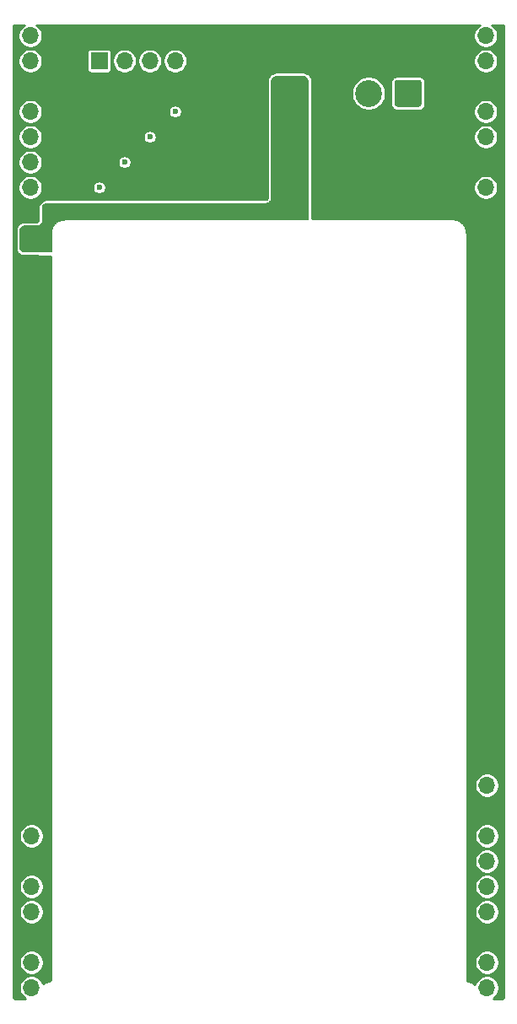
<source format=gbr>
%TF.GenerationSoftware,KiCad,Pcbnew,(5.1.9-0-10_14)*%
%TF.CreationDate,2021-04-02T13:04:38+02:00*%
%TF.ProjectId,W-DAC Piggy Board,572d4441-4320-4506-9967-677920426f61,rev?*%
%TF.SameCoordinates,Original*%
%TF.FileFunction,Copper,L2,Inr*%
%TF.FilePolarity,Positive*%
%FSLAX46Y46*%
G04 Gerber Fmt 4.6, Leading zero omitted, Abs format (unit mm)*
G04 Created by KiCad (PCBNEW (5.1.9-0-10_14)) date 2021-04-02 13:04:38*
%MOMM*%
%LPD*%
G01*
G04 APERTURE LIST*
%TA.AperFunction,ComponentPad*%
%ADD10O,1.700000X1.700000*%
%TD*%
%TA.AperFunction,ComponentPad*%
%ADD11R,1.700000X1.700000*%
%TD*%
%TA.AperFunction,ComponentPad*%
%ADD12C,2.700000*%
%TD*%
%TA.AperFunction,ViaPad*%
%ADD13C,0.600000*%
%TD*%
%TA.AperFunction,Conductor*%
%ADD14C,0.254000*%
%TD*%
%TA.AperFunction,Conductor*%
%ADD15C,0.100000*%
%TD*%
%TA.AperFunction,Conductor*%
%ADD16C,0.190500*%
%TD*%
G04 APERTURE END LIST*
D10*
%TO.N,GND*%
%TO.C,J1*%
X144160000Y-44750000D03*
%TO.N,/SCL*%
X141620000Y-44750000D03*
%TO.N,/SDA*%
X139080000Y-44750000D03*
%TO.N,/IRQ*%
X136540000Y-44750000D03*
D11*
%TO.N,/Mute*%
X134000000Y-44750000D03*
%TD*%
D12*
%TO.N,+5VD*%
%TO.C,J6*%
X153120000Y-48000000D03*
%TO.N,GND*%
X157080000Y-48000000D03*
%TO.N,VEE*%
X161040000Y-48000000D03*
%TO.N,VCC*%
%TA.AperFunction,ComponentPad*%
G36*
G01*
X166350000Y-46900001D02*
X166350000Y-49099999D01*
G75*
G02*
X166099999Y-49350000I-250001J0D01*
G01*
X163900001Y-49350000D01*
G75*
G02*
X163650000Y-49099999I0J250001D01*
G01*
X163650000Y-46900001D01*
G75*
G02*
X163900001Y-46650000I250001J0D01*
G01*
X166099999Y-46650000D01*
G75*
G02*
X166350000Y-46900001I0J-250001D01*
G01*
G37*
%TD.AperFunction*%
%TD*%
D10*
%TO.N,/Rp*%
%TO.C,J5*%
X172920000Y-137780000D03*
%TO.N,/Rn*%
X172920000Y-135240000D03*
%TO.N,GND*%
X172920000Y-132700000D03*
%TO.N,Net-(J5-Pad7)*%
X172920000Y-130160000D03*
%TO.N,Net-(J5-Pad6)*%
X172920000Y-127620000D03*
%TO.N,Net-(J5-Pad5)*%
X172920000Y-125080000D03*
%TO.N,/Mute*%
X172920000Y-122540000D03*
%TO.N,GND*%
X172920000Y-120000000D03*
%TO.N,+5VD*%
X172920000Y-117460000D03*
D11*
%TO.N,GND*%
X172920000Y-114920000D03*
%TD*%
D10*
%TO.N,/Lp*%
%TO.C,J2*%
X127200000Y-137780000D03*
%TO.N,/Ln*%
X127200000Y-135240000D03*
%TO.N,GND*%
X127200000Y-132700000D03*
%TO.N,VEE*%
X127200000Y-130160000D03*
%TO.N,VCC*%
X127200000Y-127620000D03*
%TO.N,GND*%
X127200000Y-125080000D03*
%TO.N,Net-(J2-Pad2)*%
X127200000Y-122540000D03*
D11*
%TO.N,GND*%
X127200000Y-120000000D03*
%TD*%
D10*
%TO.N,/Rp*%
%TO.C,J4*%
X172800000Y-42220000D03*
%TO.N,/Rn*%
X172800000Y-44760000D03*
%TO.N,GND*%
X172800000Y-47300000D03*
%TO.N,VEE*%
X172800000Y-49840000D03*
%TO.N,VCC*%
X172800000Y-52380000D03*
%TO.N,GND*%
X172800000Y-54920000D03*
%TO.N,Net-(J4-Pad2)*%
X172800000Y-57460000D03*
D11*
%TO.N,GND*%
X172800000Y-60000000D03*
%TD*%
D10*
%TO.N,/Lp*%
%TO.C,J3*%
X127080000Y-42220000D03*
%TO.N,/Ln*%
X127080000Y-44760000D03*
%TO.N,GND*%
X127080000Y-47300000D03*
%TO.N,/SCL*%
X127080000Y-49840000D03*
%TO.N,/SDA*%
X127080000Y-52380000D03*
%TO.N,/IRQ*%
X127080000Y-54920000D03*
%TO.N,/Mute*%
X127080000Y-57460000D03*
%TO.N,GND*%
X127080000Y-60000000D03*
%TO.N,+5VD*%
X127080000Y-62540000D03*
D11*
%TO.N,GND*%
X127080000Y-65080000D03*
%TD*%
D13*
%TO.N,/SCL*%
X141620000Y-49835000D03*
%TO.N,/SDA*%
X139080000Y-52380000D03*
%TO.N,/IRQ*%
X136540000Y-54915000D03*
%TO.N,/Mute*%
X134000000Y-57455000D03*
%TD*%
D14*
%TO.N,GND*%
X126295283Y-41263820D02*
X126123820Y-41435283D01*
X125989102Y-41636903D01*
X125896307Y-41860931D01*
X125849000Y-42098757D01*
X125849000Y-42341243D01*
X125896307Y-42579069D01*
X125989102Y-42803097D01*
X126123820Y-43004717D01*
X126295283Y-43176180D01*
X126496903Y-43310898D01*
X126720931Y-43403693D01*
X126958757Y-43451000D01*
X127201243Y-43451000D01*
X127439069Y-43403693D01*
X127663097Y-43310898D01*
X127864717Y-43176180D01*
X128036180Y-43004717D01*
X128170898Y-42803097D01*
X128263693Y-42579069D01*
X128311000Y-42341243D01*
X128311000Y-42098757D01*
X128263693Y-41860931D01*
X128170898Y-41636903D01*
X128036180Y-41435283D01*
X127864717Y-41263820D01*
X127703353Y-41156000D01*
X172176647Y-41156000D01*
X172015283Y-41263820D01*
X171843820Y-41435283D01*
X171709102Y-41636903D01*
X171616307Y-41860931D01*
X171569000Y-42098757D01*
X171569000Y-42341243D01*
X171616307Y-42579069D01*
X171709102Y-42803097D01*
X171843820Y-43004717D01*
X172015283Y-43176180D01*
X172216903Y-43310898D01*
X172440931Y-43403693D01*
X172678757Y-43451000D01*
X172921243Y-43451000D01*
X173159069Y-43403693D01*
X173383097Y-43310898D01*
X173584717Y-43176180D01*
X173756180Y-43004717D01*
X173890898Y-42803097D01*
X173983693Y-42579069D01*
X174031000Y-42341243D01*
X174031000Y-42098757D01*
X173983693Y-41860931D01*
X173890898Y-41636903D01*
X173756180Y-41435283D01*
X173584717Y-41263820D01*
X173423353Y-41156000D01*
X174480147Y-41156000D01*
X174517881Y-41159700D01*
X174535078Y-41164892D01*
X174550943Y-41173328D01*
X174564861Y-41184680D01*
X174576317Y-41198528D01*
X174584861Y-41214330D01*
X174590173Y-41231489D01*
X174594001Y-41267910D01*
X174594000Y-138730149D01*
X174590301Y-138767878D01*
X174585107Y-138785079D01*
X174576672Y-138800944D01*
X174565322Y-138814860D01*
X174551472Y-138826318D01*
X174535672Y-138834861D01*
X174518511Y-138840173D01*
X174482099Y-138844000D01*
X173543353Y-138844000D01*
X173704717Y-138736180D01*
X173876180Y-138564717D01*
X174010898Y-138363097D01*
X174103693Y-138139069D01*
X174151000Y-137901243D01*
X174151000Y-137658757D01*
X174103693Y-137420931D01*
X174010898Y-137196903D01*
X173876180Y-136995283D01*
X173704717Y-136823820D01*
X173503097Y-136689102D01*
X173279069Y-136596307D01*
X173041243Y-136549000D01*
X172798757Y-136549000D01*
X172560931Y-136596307D01*
X172336903Y-136689102D01*
X172135283Y-136823820D01*
X171963820Y-136995283D01*
X171829102Y-137196903D01*
X171736307Y-137420931D01*
X171728045Y-137462465D01*
X171727347Y-137461609D01*
X171665145Y-137386420D01*
X171638995Y-137360452D01*
X171613291Y-137334204D01*
X171608929Y-137330595D01*
X171608921Y-137330587D01*
X171608912Y-137330581D01*
X171533302Y-137268914D01*
X171502658Y-137248553D01*
X171472286Y-137227758D01*
X171467299Y-137225061D01*
X171381138Y-137179249D01*
X171347102Y-137165221D01*
X171313299Y-137150733D01*
X171307884Y-137149056D01*
X171214466Y-137120851D01*
X171178345Y-137113699D01*
X171142372Y-137106053D01*
X171136743Y-137105461D01*
X171136738Y-137105460D01*
X171136734Y-137105460D01*
X171039617Y-137095938D01*
X170982122Y-137090301D01*
X170964921Y-137085107D01*
X170949056Y-137076672D01*
X170935140Y-137065322D01*
X170923682Y-137051472D01*
X170915139Y-137035672D01*
X170909827Y-137018511D01*
X170906000Y-136982099D01*
X170906000Y-135118757D01*
X171689000Y-135118757D01*
X171689000Y-135361243D01*
X171736307Y-135599069D01*
X171829102Y-135823097D01*
X171963820Y-136024717D01*
X172135283Y-136196180D01*
X172336903Y-136330898D01*
X172560931Y-136423693D01*
X172798757Y-136471000D01*
X173041243Y-136471000D01*
X173279069Y-136423693D01*
X173503097Y-136330898D01*
X173704717Y-136196180D01*
X173876180Y-136024717D01*
X174010898Y-135823097D01*
X174103693Y-135599069D01*
X174151000Y-135361243D01*
X174151000Y-135118757D01*
X174103693Y-134880931D01*
X174010898Y-134656903D01*
X173876180Y-134455283D01*
X173704717Y-134283820D01*
X173503097Y-134149102D01*
X173279069Y-134056307D01*
X173041243Y-134009000D01*
X172798757Y-134009000D01*
X172560931Y-134056307D01*
X172336903Y-134149102D01*
X172135283Y-134283820D01*
X171963820Y-134455283D01*
X171829102Y-134656903D01*
X171736307Y-134880931D01*
X171689000Y-135118757D01*
X170906000Y-135118757D01*
X170906000Y-130038757D01*
X171689000Y-130038757D01*
X171689000Y-130281243D01*
X171736307Y-130519069D01*
X171829102Y-130743097D01*
X171963820Y-130944717D01*
X172135283Y-131116180D01*
X172336903Y-131250898D01*
X172560931Y-131343693D01*
X172798757Y-131391000D01*
X173041243Y-131391000D01*
X173279069Y-131343693D01*
X173503097Y-131250898D01*
X173704717Y-131116180D01*
X173876180Y-130944717D01*
X174010898Y-130743097D01*
X174103693Y-130519069D01*
X174151000Y-130281243D01*
X174151000Y-130038757D01*
X174103693Y-129800931D01*
X174010898Y-129576903D01*
X173876180Y-129375283D01*
X173704717Y-129203820D01*
X173503097Y-129069102D01*
X173279069Y-128976307D01*
X173041243Y-128929000D01*
X172798757Y-128929000D01*
X172560931Y-128976307D01*
X172336903Y-129069102D01*
X172135283Y-129203820D01*
X171963820Y-129375283D01*
X171829102Y-129576903D01*
X171736307Y-129800931D01*
X171689000Y-130038757D01*
X170906000Y-130038757D01*
X170906000Y-127498757D01*
X171689000Y-127498757D01*
X171689000Y-127741243D01*
X171736307Y-127979069D01*
X171829102Y-128203097D01*
X171963820Y-128404717D01*
X172135283Y-128576180D01*
X172336903Y-128710898D01*
X172560931Y-128803693D01*
X172798757Y-128851000D01*
X173041243Y-128851000D01*
X173279069Y-128803693D01*
X173503097Y-128710898D01*
X173704717Y-128576180D01*
X173876180Y-128404717D01*
X174010898Y-128203097D01*
X174103693Y-127979069D01*
X174151000Y-127741243D01*
X174151000Y-127498757D01*
X174103693Y-127260931D01*
X174010898Y-127036903D01*
X173876180Y-126835283D01*
X173704717Y-126663820D01*
X173503097Y-126529102D01*
X173279069Y-126436307D01*
X173041243Y-126389000D01*
X172798757Y-126389000D01*
X172560931Y-126436307D01*
X172336903Y-126529102D01*
X172135283Y-126663820D01*
X171963820Y-126835283D01*
X171829102Y-127036903D01*
X171736307Y-127260931D01*
X171689000Y-127498757D01*
X170906000Y-127498757D01*
X170906000Y-124958757D01*
X171689000Y-124958757D01*
X171689000Y-125201243D01*
X171736307Y-125439069D01*
X171829102Y-125663097D01*
X171963820Y-125864717D01*
X172135283Y-126036180D01*
X172336903Y-126170898D01*
X172560931Y-126263693D01*
X172798757Y-126311000D01*
X173041243Y-126311000D01*
X173279069Y-126263693D01*
X173503097Y-126170898D01*
X173704717Y-126036180D01*
X173876180Y-125864717D01*
X174010898Y-125663097D01*
X174103693Y-125439069D01*
X174151000Y-125201243D01*
X174151000Y-124958757D01*
X174103693Y-124720931D01*
X174010898Y-124496903D01*
X173876180Y-124295283D01*
X173704717Y-124123820D01*
X173503097Y-123989102D01*
X173279069Y-123896307D01*
X173041243Y-123849000D01*
X172798757Y-123849000D01*
X172560931Y-123896307D01*
X172336903Y-123989102D01*
X172135283Y-124123820D01*
X171963820Y-124295283D01*
X171829102Y-124496903D01*
X171736307Y-124720931D01*
X171689000Y-124958757D01*
X170906000Y-124958757D01*
X170906000Y-122418757D01*
X171689000Y-122418757D01*
X171689000Y-122661243D01*
X171736307Y-122899069D01*
X171829102Y-123123097D01*
X171963820Y-123324717D01*
X172135283Y-123496180D01*
X172336903Y-123630898D01*
X172560931Y-123723693D01*
X172798757Y-123771000D01*
X173041243Y-123771000D01*
X173279069Y-123723693D01*
X173503097Y-123630898D01*
X173704717Y-123496180D01*
X173876180Y-123324717D01*
X174010898Y-123123097D01*
X174103693Y-122899069D01*
X174151000Y-122661243D01*
X174151000Y-122418757D01*
X174103693Y-122180931D01*
X174010898Y-121956903D01*
X173876180Y-121755283D01*
X173704717Y-121583820D01*
X173503097Y-121449102D01*
X173279069Y-121356307D01*
X173041243Y-121309000D01*
X172798757Y-121309000D01*
X172560931Y-121356307D01*
X172336903Y-121449102D01*
X172135283Y-121583820D01*
X171963820Y-121755283D01*
X171829102Y-121956903D01*
X171736307Y-122180931D01*
X171689000Y-122418757D01*
X170906000Y-122418757D01*
X170906000Y-117338757D01*
X171689000Y-117338757D01*
X171689000Y-117581243D01*
X171736307Y-117819069D01*
X171829102Y-118043097D01*
X171963820Y-118244717D01*
X172135283Y-118416180D01*
X172336903Y-118550898D01*
X172560931Y-118643693D01*
X172798757Y-118691000D01*
X173041243Y-118691000D01*
X173279069Y-118643693D01*
X173503097Y-118550898D01*
X173704717Y-118416180D01*
X173876180Y-118244717D01*
X174010898Y-118043097D01*
X174103693Y-117819069D01*
X174151000Y-117581243D01*
X174151000Y-117338757D01*
X174103693Y-117100931D01*
X174010898Y-116876903D01*
X173876180Y-116675283D01*
X173704717Y-116503820D01*
X173503097Y-116369102D01*
X173279069Y-116276307D01*
X173041243Y-116229000D01*
X172798757Y-116229000D01*
X172560931Y-116276307D01*
X172336903Y-116369102D01*
X172135283Y-116503820D01*
X171963820Y-116675283D01*
X171829102Y-116876903D01*
X171736307Y-117100931D01*
X171689000Y-117338757D01*
X170906000Y-117338757D01*
X170906000Y-61980059D01*
X170904262Y-61962411D01*
X170904305Y-61956221D01*
X170903752Y-61950579D01*
X170883351Y-61756482D01*
X170875944Y-61720396D01*
X170869056Y-61684292D01*
X170867418Y-61678865D01*
X170809706Y-61492427D01*
X170795445Y-61458500D01*
X170781662Y-61424387D01*
X170779001Y-61419381D01*
X170686176Y-61247704D01*
X170665558Y-61217137D01*
X170645448Y-61186406D01*
X170641866Y-61182012D01*
X170517462Y-61031634D01*
X170491311Y-61005664D01*
X170465606Y-60979416D01*
X170461244Y-60975807D01*
X170461238Y-60975801D01*
X170461231Y-60975797D01*
X170309996Y-60852452D01*
X170279331Y-60832078D01*
X170248984Y-60811299D01*
X170244002Y-60808605D01*
X170243998Y-60808602D01*
X170243994Y-60808600D01*
X170071675Y-60716977D01*
X170037640Y-60702949D01*
X170003832Y-60688459D01*
X169998417Y-60686782D01*
X169811581Y-60630373D01*
X169775411Y-60623211D01*
X169739491Y-60615576D01*
X169733864Y-60614984D01*
X169733853Y-60614982D01*
X169733843Y-60614982D01*
X169539619Y-60595938D01*
X169539618Y-60595938D01*
X169519941Y-60594000D01*
X155381000Y-60594000D01*
X155381000Y-57338757D01*
X171569000Y-57338757D01*
X171569000Y-57581243D01*
X171616307Y-57819069D01*
X171709102Y-58043097D01*
X171843820Y-58244717D01*
X172015283Y-58416180D01*
X172216903Y-58550898D01*
X172440931Y-58643693D01*
X172678757Y-58691000D01*
X172921243Y-58691000D01*
X173159069Y-58643693D01*
X173383097Y-58550898D01*
X173584717Y-58416180D01*
X173756180Y-58244717D01*
X173890898Y-58043097D01*
X173983693Y-57819069D01*
X174031000Y-57581243D01*
X174031000Y-57338757D01*
X173983693Y-57100931D01*
X173890898Y-56876903D01*
X173756180Y-56675283D01*
X173584717Y-56503820D01*
X173383097Y-56369102D01*
X173159069Y-56276307D01*
X172921243Y-56229000D01*
X172678757Y-56229000D01*
X172440931Y-56276307D01*
X172216903Y-56369102D01*
X172015283Y-56503820D01*
X171843820Y-56675283D01*
X171709102Y-56876903D01*
X171616307Y-57100931D01*
X171569000Y-57338757D01*
X155381000Y-57338757D01*
X155381000Y-52258757D01*
X171569000Y-52258757D01*
X171569000Y-52501243D01*
X171616307Y-52739069D01*
X171709102Y-52963097D01*
X171843820Y-53164717D01*
X172015283Y-53336180D01*
X172216903Y-53470898D01*
X172440931Y-53563693D01*
X172678757Y-53611000D01*
X172921243Y-53611000D01*
X173159069Y-53563693D01*
X173383097Y-53470898D01*
X173584717Y-53336180D01*
X173756180Y-53164717D01*
X173890898Y-52963097D01*
X173983693Y-52739069D01*
X174031000Y-52501243D01*
X174031000Y-52258757D01*
X173983693Y-52020931D01*
X173890898Y-51796903D01*
X173756180Y-51595283D01*
X173584717Y-51423820D01*
X173383097Y-51289102D01*
X173159069Y-51196307D01*
X172921243Y-51149000D01*
X172678757Y-51149000D01*
X172440931Y-51196307D01*
X172216903Y-51289102D01*
X172015283Y-51423820D01*
X171843820Y-51595283D01*
X171709102Y-51796903D01*
X171616307Y-52020931D01*
X171569000Y-52258757D01*
X155381000Y-52258757D01*
X155381000Y-47829511D01*
X159309000Y-47829511D01*
X159309000Y-48170489D01*
X159375521Y-48504914D01*
X159506007Y-48819936D01*
X159695444Y-49103448D01*
X159936552Y-49344556D01*
X160220064Y-49533993D01*
X160535086Y-49664479D01*
X160869511Y-49731000D01*
X161210489Y-49731000D01*
X161544914Y-49664479D01*
X161859936Y-49533993D01*
X162143448Y-49344556D01*
X162384556Y-49103448D01*
X162573993Y-48819936D01*
X162704479Y-48504914D01*
X162771000Y-48170489D01*
X162771000Y-47829511D01*
X162704479Y-47495086D01*
X162573993Y-47180064D01*
X162386861Y-46900001D01*
X163267157Y-46900001D01*
X163267157Y-49099999D01*
X163279317Y-49223461D01*
X163315329Y-49342178D01*
X163373810Y-49451588D01*
X163452513Y-49547487D01*
X163548412Y-49626190D01*
X163657822Y-49684671D01*
X163776539Y-49720683D01*
X163900001Y-49732843D01*
X166099999Y-49732843D01*
X166223461Y-49720683D01*
X166229810Y-49718757D01*
X171569000Y-49718757D01*
X171569000Y-49961243D01*
X171616307Y-50199069D01*
X171709102Y-50423097D01*
X171843820Y-50624717D01*
X172015283Y-50796180D01*
X172216903Y-50930898D01*
X172440931Y-51023693D01*
X172678757Y-51071000D01*
X172921243Y-51071000D01*
X173159069Y-51023693D01*
X173383097Y-50930898D01*
X173584717Y-50796180D01*
X173756180Y-50624717D01*
X173890898Y-50423097D01*
X173983693Y-50199069D01*
X174031000Y-49961243D01*
X174031000Y-49718757D01*
X173983693Y-49480931D01*
X173890898Y-49256903D01*
X173756180Y-49055283D01*
X173584717Y-48883820D01*
X173383097Y-48749102D01*
X173159069Y-48656307D01*
X172921243Y-48609000D01*
X172678757Y-48609000D01*
X172440931Y-48656307D01*
X172216903Y-48749102D01*
X172015283Y-48883820D01*
X171843820Y-49055283D01*
X171709102Y-49256903D01*
X171616307Y-49480931D01*
X171569000Y-49718757D01*
X166229810Y-49718757D01*
X166342178Y-49684671D01*
X166451588Y-49626190D01*
X166547487Y-49547487D01*
X166626190Y-49451588D01*
X166684671Y-49342178D01*
X166720683Y-49223461D01*
X166732843Y-49099999D01*
X166732843Y-46900001D01*
X166720683Y-46776539D01*
X166684671Y-46657822D01*
X166626190Y-46548412D01*
X166547487Y-46452513D01*
X166451588Y-46373810D01*
X166342178Y-46315329D01*
X166223461Y-46279317D01*
X166099999Y-46267157D01*
X163900001Y-46267157D01*
X163776539Y-46279317D01*
X163657822Y-46315329D01*
X163548412Y-46373810D01*
X163452513Y-46452513D01*
X163373810Y-46548412D01*
X163315329Y-46657822D01*
X163279317Y-46776539D01*
X163267157Y-46900001D01*
X162386861Y-46900001D01*
X162384556Y-46896552D01*
X162143448Y-46655444D01*
X161859936Y-46466007D01*
X161544914Y-46335521D01*
X161210489Y-46269000D01*
X160869511Y-46269000D01*
X160535086Y-46335521D01*
X160220064Y-46466007D01*
X159936552Y-46655444D01*
X159695444Y-46896552D01*
X159506007Y-47180064D01*
X159375521Y-47495086D01*
X159309000Y-47829511D01*
X155381000Y-47829511D01*
X155381000Y-46758000D01*
X155377740Y-46708269D01*
X155360430Y-46576789D01*
X155334689Y-46480719D01*
X155283940Y-46358199D01*
X155234208Y-46272061D01*
X155153477Y-46166851D01*
X155083149Y-46096523D01*
X154977939Y-46015792D01*
X154891801Y-45966060D01*
X154769281Y-45915311D01*
X154673211Y-45889570D01*
X154541731Y-45872260D01*
X154492000Y-45869000D01*
X151758000Y-45869000D01*
X151708269Y-45872260D01*
X151576789Y-45889570D01*
X151480719Y-45915311D01*
X151358199Y-45966060D01*
X151272061Y-46015792D01*
X151166851Y-46096523D01*
X151096523Y-46166851D01*
X151015792Y-46272061D01*
X150966060Y-46358199D01*
X150915311Y-46480719D01*
X150889570Y-46576789D01*
X150872260Y-46708269D01*
X150869000Y-46758000D01*
X150869000Y-58467031D01*
X150861498Y-58524017D01*
X150849137Y-58553857D01*
X150829478Y-58579478D01*
X150803857Y-58599137D01*
X150774017Y-58611498D01*
X150717031Y-58619000D01*
X128758000Y-58619000D01*
X128708269Y-58622260D01*
X128576789Y-58639570D01*
X128480719Y-58665311D01*
X128358199Y-58716060D01*
X128272061Y-58765792D01*
X128166851Y-58846523D01*
X128096523Y-58916851D01*
X128015792Y-59022061D01*
X127966060Y-59108199D01*
X127915311Y-59230719D01*
X127889570Y-59326789D01*
X127872260Y-59458269D01*
X127869000Y-59508000D01*
X127869000Y-60717031D01*
X127861498Y-60774017D01*
X127849137Y-60803857D01*
X127829478Y-60829478D01*
X127803857Y-60849137D01*
X127774017Y-60861498D01*
X127717031Y-60869000D01*
X126508000Y-60869000D01*
X126458269Y-60872260D01*
X126326789Y-60889570D01*
X126230719Y-60915311D01*
X126108199Y-60966060D01*
X126022061Y-61015792D01*
X125916851Y-61096523D01*
X125846523Y-61166851D01*
X125765792Y-61272061D01*
X125716060Y-61358199D01*
X125665311Y-61480719D01*
X125639570Y-61576789D01*
X125622260Y-61708269D01*
X125619000Y-61758000D01*
X125619000Y-63492000D01*
X125622260Y-63541731D01*
X125639570Y-63673211D01*
X125665311Y-63769281D01*
X125716060Y-63891801D01*
X125765792Y-63977939D01*
X125846523Y-64083149D01*
X125916851Y-64153477D01*
X126022061Y-64234208D01*
X126108199Y-64283940D01*
X126230719Y-64334689D01*
X126326789Y-64360430D01*
X126458269Y-64377740D01*
X126508000Y-64381000D01*
X129094000Y-64381000D01*
X129094001Y-136980139D01*
X129090301Y-137017878D01*
X129085107Y-137035079D01*
X129076672Y-137050944D01*
X129065322Y-137064860D01*
X129051472Y-137076318D01*
X129035672Y-137084861D01*
X129018511Y-137090173D01*
X128965689Y-137095725D01*
X128959714Y-137095683D01*
X128954072Y-137096236D01*
X128857023Y-137106436D01*
X128820957Y-137113839D01*
X128784831Y-137120731D01*
X128779404Y-137122369D01*
X128686185Y-137151225D01*
X128652238Y-137165495D01*
X128618142Y-137179271D01*
X128613143Y-137181928D01*
X128613139Y-137181930D01*
X128613136Y-137181932D01*
X128527299Y-137228345D01*
X128496793Y-137248922D01*
X128466003Y-137269070D01*
X128461609Y-137272653D01*
X128386420Y-137334855D01*
X128360452Y-137361005D01*
X128359327Y-137362106D01*
X128290898Y-137196903D01*
X128156180Y-136995283D01*
X127984717Y-136823820D01*
X127783097Y-136689102D01*
X127559069Y-136596307D01*
X127321243Y-136549000D01*
X127078757Y-136549000D01*
X126840931Y-136596307D01*
X126616903Y-136689102D01*
X126415283Y-136823820D01*
X126243820Y-136995283D01*
X126109102Y-137196903D01*
X126016307Y-137420931D01*
X125969000Y-137658757D01*
X125969000Y-137901243D01*
X126016307Y-138139069D01*
X126109102Y-138363097D01*
X126243820Y-138564717D01*
X126415283Y-138736180D01*
X126576647Y-138844000D01*
X125519851Y-138844000D01*
X125482122Y-138840301D01*
X125464921Y-138835107D01*
X125449056Y-138826672D01*
X125435140Y-138815322D01*
X125423682Y-138801472D01*
X125415139Y-138785672D01*
X125409827Y-138768511D01*
X125406000Y-138732099D01*
X125406000Y-135118757D01*
X125969000Y-135118757D01*
X125969000Y-135361243D01*
X126016307Y-135599069D01*
X126109102Y-135823097D01*
X126243820Y-136024717D01*
X126415283Y-136196180D01*
X126616903Y-136330898D01*
X126840931Y-136423693D01*
X127078757Y-136471000D01*
X127321243Y-136471000D01*
X127559069Y-136423693D01*
X127783097Y-136330898D01*
X127984717Y-136196180D01*
X128156180Y-136024717D01*
X128290898Y-135823097D01*
X128383693Y-135599069D01*
X128431000Y-135361243D01*
X128431000Y-135118757D01*
X128383693Y-134880931D01*
X128290898Y-134656903D01*
X128156180Y-134455283D01*
X127984717Y-134283820D01*
X127783097Y-134149102D01*
X127559069Y-134056307D01*
X127321243Y-134009000D01*
X127078757Y-134009000D01*
X126840931Y-134056307D01*
X126616903Y-134149102D01*
X126415283Y-134283820D01*
X126243820Y-134455283D01*
X126109102Y-134656903D01*
X126016307Y-134880931D01*
X125969000Y-135118757D01*
X125406000Y-135118757D01*
X125406000Y-130038757D01*
X125969000Y-130038757D01*
X125969000Y-130281243D01*
X126016307Y-130519069D01*
X126109102Y-130743097D01*
X126243820Y-130944717D01*
X126415283Y-131116180D01*
X126616903Y-131250898D01*
X126840931Y-131343693D01*
X127078757Y-131391000D01*
X127321243Y-131391000D01*
X127559069Y-131343693D01*
X127783097Y-131250898D01*
X127984717Y-131116180D01*
X128156180Y-130944717D01*
X128290898Y-130743097D01*
X128383693Y-130519069D01*
X128431000Y-130281243D01*
X128431000Y-130038757D01*
X128383693Y-129800931D01*
X128290898Y-129576903D01*
X128156180Y-129375283D01*
X127984717Y-129203820D01*
X127783097Y-129069102D01*
X127559069Y-128976307D01*
X127321243Y-128929000D01*
X127078757Y-128929000D01*
X126840931Y-128976307D01*
X126616903Y-129069102D01*
X126415283Y-129203820D01*
X126243820Y-129375283D01*
X126109102Y-129576903D01*
X126016307Y-129800931D01*
X125969000Y-130038757D01*
X125406000Y-130038757D01*
X125406000Y-127498757D01*
X125969000Y-127498757D01*
X125969000Y-127741243D01*
X126016307Y-127979069D01*
X126109102Y-128203097D01*
X126243820Y-128404717D01*
X126415283Y-128576180D01*
X126616903Y-128710898D01*
X126840931Y-128803693D01*
X127078757Y-128851000D01*
X127321243Y-128851000D01*
X127559069Y-128803693D01*
X127783097Y-128710898D01*
X127984717Y-128576180D01*
X128156180Y-128404717D01*
X128290898Y-128203097D01*
X128383693Y-127979069D01*
X128431000Y-127741243D01*
X128431000Y-127498757D01*
X128383693Y-127260931D01*
X128290898Y-127036903D01*
X128156180Y-126835283D01*
X127984717Y-126663820D01*
X127783097Y-126529102D01*
X127559069Y-126436307D01*
X127321243Y-126389000D01*
X127078757Y-126389000D01*
X126840931Y-126436307D01*
X126616903Y-126529102D01*
X126415283Y-126663820D01*
X126243820Y-126835283D01*
X126109102Y-127036903D01*
X126016307Y-127260931D01*
X125969000Y-127498757D01*
X125406000Y-127498757D01*
X125406000Y-122418757D01*
X125969000Y-122418757D01*
X125969000Y-122661243D01*
X126016307Y-122899069D01*
X126109102Y-123123097D01*
X126243820Y-123324717D01*
X126415283Y-123496180D01*
X126616903Y-123630898D01*
X126840931Y-123723693D01*
X127078757Y-123771000D01*
X127321243Y-123771000D01*
X127559069Y-123723693D01*
X127783097Y-123630898D01*
X127984717Y-123496180D01*
X128156180Y-123324717D01*
X128290898Y-123123097D01*
X128383693Y-122899069D01*
X128431000Y-122661243D01*
X128431000Y-122418757D01*
X128383693Y-122180931D01*
X128290898Y-121956903D01*
X128156180Y-121755283D01*
X127984717Y-121583820D01*
X127783097Y-121449102D01*
X127559069Y-121356307D01*
X127321243Y-121309000D01*
X127078757Y-121309000D01*
X126840931Y-121356307D01*
X126616903Y-121449102D01*
X126415283Y-121583820D01*
X126243820Y-121755283D01*
X126109102Y-121956903D01*
X126016307Y-122180931D01*
X125969000Y-122418757D01*
X125406000Y-122418757D01*
X125406000Y-57338757D01*
X125849000Y-57338757D01*
X125849000Y-57581243D01*
X125896307Y-57819069D01*
X125989102Y-58043097D01*
X126123820Y-58244717D01*
X126295283Y-58416180D01*
X126496903Y-58550898D01*
X126720931Y-58643693D01*
X126958757Y-58691000D01*
X127201243Y-58691000D01*
X127439069Y-58643693D01*
X127663097Y-58550898D01*
X127864717Y-58416180D01*
X128036180Y-58244717D01*
X128170898Y-58043097D01*
X128263693Y-57819069D01*
X128311000Y-57581243D01*
X128311000Y-57387927D01*
X133319000Y-57387927D01*
X133319000Y-57522073D01*
X133345171Y-57653640D01*
X133396506Y-57777574D01*
X133471033Y-57889112D01*
X133565888Y-57983967D01*
X133677426Y-58058494D01*
X133801360Y-58109829D01*
X133932927Y-58136000D01*
X134067073Y-58136000D01*
X134198640Y-58109829D01*
X134322574Y-58058494D01*
X134434112Y-57983967D01*
X134528967Y-57889112D01*
X134603494Y-57777574D01*
X134654829Y-57653640D01*
X134681000Y-57522073D01*
X134681000Y-57387927D01*
X134654829Y-57256360D01*
X134603494Y-57132426D01*
X134528967Y-57020888D01*
X134434112Y-56926033D01*
X134322574Y-56851506D01*
X134198640Y-56800171D01*
X134067073Y-56774000D01*
X133932927Y-56774000D01*
X133801360Y-56800171D01*
X133677426Y-56851506D01*
X133565888Y-56926033D01*
X133471033Y-57020888D01*
X133396506Y-57132426D01*
X133345171Y-57256360D01*
X133319000Y-57387927D01*
X128311000Y-57387927D01*
X128311000Y-57338757D01*
X128263693Y-57100931D01*
X128170898Y-56876903D01*
X128036180Y-56675283D01*
X127864717Y-56503820D01*
X127663097Y-56369102D01*
X127439069Y-56276307D01*
X127201243Y-56229000D01*
X126958757Y-56229000D01*
X126720931Y-56276307D01*
X126496903Y-56369102D01*
X126295283Y-56503820D01*
X126123820Y-56675283D01*
X125989102Y-56876903D01*
X125896307Y-57100931D01*
X125849000Y-57338757D01*
X125406000Y-57338757D01*
X125406000Y-54798757D01*
X125849000Y-54798757D01*
X125849000Y-55041243D01*
X125896307Y-55279069D01*
X125989102Y-55503097D01*
X126123820Y-55704717D01*
X126295283Y-55876180D01*
X126496903Y-56010898D01*
X126720931Y-56103693D01*
X126958757Y-56151000D01*
X127201243Y-56151000D01*
X127439069Y-56103693D01*
X127663097Y-56010898D01*
X127864717Y-55876180D01*
X128036180Y-55704717D01*
X128170898Y-55503097D01*
X128263693Y-55279069D01*
X128311000Y-55041243D01*
X128311000Y-54847927D01*
X135859000Y-54847927D01*
X135859000Y-54982073D01*
X135885171Y-55113640D01*
X135936506Y-55237574D01*
X136011033Y-55349112D01*
X136105888Y-55443967D01*
X136217426Y-55518494D01*
X136341360Y-55569829D01*
X136472927Y-55596000D01*
X136607073Y-55596000D01*
X136738640Y-55569829D01*
X136862574Y-55518494D01*
X136974112Y-55443967D01*
X137068967Y-55349112D01*
X137143494Y-55237574D01*
X137194829Y-55113640D01*
X137221000Y-54982073D01*
X137221000Y-54847927D01*
X137194829Y-54716360D01*
X137143494Y-54592426D01*
X137068967Y-54480888D01*
X136974112Y-54386033D01*
X136862574Y-54311506D01*
X136738640Y-54260171D01*
X136607073Y-54234000D01*
X136472927Y-54234000D01*
X136341360Y-54260171D01*
X136217426Y-54311506D01*
X136105888Y-54386033D01*
X136011033Y-54480888D01*
X135936506Y-54592426D01*
X135885171Y-54716360D01*
X135859000Y-54847927D01*
X128311000Y-54847927D01*
X128311000Y-54798757D01*
X128263693Y-54560931D01*
X128170898Y-54336903D01*
X128036180Y-54135283D01*
X127864717Y-53963820D01*
X127663097Y-53829102D01*
X127439069Y-53736307D01*
X127201243Y-53689000D01*
X126958757Y-53689000D01*
X126720931Y-53736307D01*
X126496903Y-53829102D01*
X126295283Y-53963820D01*
X126123820Y-54135283D01*
X125989102Y-54336903D01*
X125896307Y-54560931D01*
X125849000Y-54798757D01*
X125406000Y-54798757D01*
X125406000Y-52258757D01*
X125849000Y-52258757D01*
X125849000Y-52501243D01*
X125896307Y-52739069D01*
X125989102Y-52963097D01*
X126123820Y-53164717D01*
X126295283Y-53336180D01*
X126496903Y-53470898D01*
X126720931Y-53563693D01*
X126958757Y-53611000D01*
X127201243Y-53611000D01*
X127439069Y-53563693D01*
X127663097Y-53470898D01*
X127864717Y-53336180D01*
X128036180Y-53164717D01*
X128170898Y-52963097D01*
X128263693Y-52739069D01*
X128311000Y-52501243D01*
X128311000Y-52312927D01*
X138399000Y-52312927D01*
X138399000Y-52447073D01*
X138425171Y-52578640D01*
X138476506Y-52702574D01*
X138551033Y-52814112D01*
X138645888Y-52908967D01*
X138757426Y-52983494D01*
X138881360Y-53034829D01*
X139012927Y-53061000D01*
X139147073Y-53061000D01*
X139278640Y-53034829D01*
X139402574Y-52983494D01*
X139514112Y-52908967D01*
X139608967Y-52814112D01*
X139683494Y-52702574D01*
X139734829Y-52578640D01*
X139761000Y-52447073D01*
X139761000Y-52312927D01*
X139734829Y-52181360D01*
X139683494Y-52057426D01*
X139608967Y-51945888D01*
X139514112Y-51851033D01*
X139402574Y-51776506D01*
X139278640Y-51725171D01*
X139147073Y-51699000D01*
X139012927Y-51699000D01*
X138881360Y-51725171D01*
X138757426Y-51776506D01*
X138645888Y-51851033D01*
X138551033Y-51945888D01*
X138476506Y-52057426D01*
X138425171Y-52181360D01*
X138399000Y-52312927D01*
X128311000Y-52312927D01*
X128311000Y-52258757D01*
X128263693Y-52020931D01*
X128170898Y-51796903D01*
X128036180Y-51595283D01*
X127864717Y-51423820D01*
X127663097Y-51289102D01*
X127439069Y-51196307D01*
X127201243Y-51149000D01*
X126958757Y-51149000D01*
X126720931Y-51196307D01*
X126496903Y-51289102D01*
X126295283Y-51423820D01*
X126123820Y-51595283D01*
X125989102Y-51796903D01*
X125896307Y-52020931D01*
X125849000Y-52258757D01*
X125406000Y-52258757D01*
X125406000Y-49718757D01*
X125849000Y-49718757D01*
X125849000Y-49961243D01*
X125896307Y-50199069D01*
X125989102Y-50423097D01*
X126123820Y-50624717D01*
X126295283Y-50796180D01*
X126496903Y-50930898D01*
X126720931Y-51023693D01*
X126958757Y-51071000D01*
X127201243Y-51071000D01*
X127439069Y-51023693D01*
X127663097Y-50930898D01*
X127864717Y-50796180D01*
X128036180Y-50624717D01*
X128170898Y-50423097D01*
X128263693Y-50199069D01*
X128311000Y-49961243D01*
X128311000Y-49767927D01*
X140939000Y-49767927D01*
X140939000Y-49902073D01*
X140965171Y-50033640D01*
X141016506Y-50157574D01*
X141091033Y-50269112D01*
X141185888Y-50363967D01*
X141297426Y-50438494D01*
X141421360Y-50489829D01*
X141552927Y-50516000D01*
X141687073Y-50516000D01*
X141818640Y-50489829D01*
X141942574Y-50438494D01*
X142054112Y-50363967D01*
X142148967Y-50269112D01*
X142223494Y-50157574D01*
X142274829Y-50033640D01*
X142301000Y-49902073D01*
X142301000Y-49767927D01*
X142274829Y-49636360D01*
X142223494Y-49512426D01*
X142148967Y-49400888D01*
X142054112Y-49306033D01*
X141942574Y-49231506D01*
X141818640Y-49180171D01*
X141687073Y-49154000D01*
X141552927Y-49154000D01*
X141421360Y-49180171D01*
X141297426Y-49231506D01*
X141185888Y-49306033D01*
X141091033Y-49400888D01*
X141016506Y-49512426D01*
X140965171Y-49636360D01*
X140939000Y-49767927D01*
X128311000Y-49767927D01*
X128311000Y-49718757D01*
X128263693Y-49480931D01*
X128170898Y-49256903D01*
X128036180Y-49055283D01*
X127864717Y-48883820D01*
X127663097Y-48749102D01*
X127439069Y-48656307D01*
X127201243Y-48609000D01*
X126958757Y-48609000D01*
X126720931Y-48656307D01*
X126496903Y-48749102D01*
X126295283Y-48883820D01*
X126123820Y-49055283D01*
X125989102Y-49256903D01*
X125896307Y-49480931D01*
X125849000Y-49718757D01*
X125406000Y-49718757D01*
X125406000Y-44638757D01*
X125849000Y-44638757D01*
X125849000Y-44881243D01*
X125896307Y-45119069D01*
X125989102Y-45343097D01*
X126123820Y-45544717D01*
X126295283Y-45716180D01*
X126496903Y-45850898D01*
X126720931Y-45943693D01*
X126958757Y-45991000D01*
X127201243Y-45991000D01*
X127439069Y-45943693D01*
X127663097Y-45850898D01*
X127864717Y-45716180D01*
X128036180Y-45544717D01*
X128170898Y-45343097D01*
X128263693Y-45119069D01*
X128311000Y-44881243D01*
X128311000Y-44638757D01*
X128263693Y-44400931D01*
X128170898Y-44176903D01*
X128036180Y-43975283D01*
X127960897Y-43900000D01*
X132767157Y-43900000D01*
X132767157Y-45600000D01*
X132774513Y-45674689D01*
X132796299Y-45746508D01*
X132831678Y-45812696D01*
X132879289Y-45870711D01*
X132937304Y-45918322D01*
X133003492Y-45953701D01*
X133075311Y-45975487D01*
X133150000Y-45982843D01*
X134850000Y-45982843D01*
X134924689Y-45975487D01*
X134996508Y-45953701D01*
X135062696Y-45918322D01*
X135120711Y-45870711D01*
X135168322Y-45812696D01*
X135203701Y-45746508D01*
X135225487Y-45674689D01*
X135232843Y-45600000D01*
X135232843Y-44628757D01*
X135309000Y-44628757D01*
X135309000Y-44871243D01*
X135356307Y-45109069D01*
X135449102Y-45333097D01*
X135583820Y-45534717D01*
X135755283Y-45706180D01*
X135956903Y-45840898D01*
X136180931Y-45933693D01*
X136418757Y-45981000D01*
X136661243Y-45981000D01*
X136899069Y-45933693D01*
X137123097Y-45840898D01*
X137324717Y-45706180D01*
X137496180Y-45534717D01*
X137630898Y-45333097D01*
X137723693Y-45109069D01*
X137771000Y-44871243D01*
X137771000Y-44628757D01*
X137849000Y-44628757D01*
X137849000Y-44871243D01*
X137896307Y-45109069D01*
X137989102Y-45333097D01*
X138123820Y-45534717D01*
X138295283Y-45706180D01*
X138496903Y-45840898D01*
X138720931Y-45933693D01*
X138958757Y-45981000D01*
X139201243Y-45981000D01*
X139439069Y-45933693D01*
X139663097Y-45840898D01*
X139864717Y-45706180D01*
X140036180Y-45534717D01*
X140170898Y-45333097D01*
X140263693Y-45109069D01*
X140311000Y-44871243D01*
X140311000Y-44628757D01*
X140389000Y-44628757D01*
X140389000Y-44871243D01*
X140436307Y-45109069D01*
X140529102Y-45333097D01*
X140663820Y-45534717D01*
X140835283Y-45706180D01*
X141036903Y-45840898D01*
X141260931Y-45933693D01*
X141498757Y-45981000D01*
X141741243Y-45981000D01*
X141979069Y-45933693D01*
X142203097Y-45840898D01*
X142404717Y-45706180D01*
X142576180Y-45534717D01*
X142710898Y-45333097D01*
X142803693Y-45109069D01*
X142851000Y-44871243D01*
X142851000Y-44638757D01*
X171569000Y-44638757D01*
X171569000Y-44881243D01*
X171616307Y-45119069D01*
X171709102Y-45343097D01*
X171843820Y-45544717D01*
X172015283Y-45716180D01*
X172216903Y-45850898D01*
X172440931Y-45943693D01*
X172678757Y-45991000D01*
X172921243Y-45991000D01*
X173159069Y-45943693D01*
X173383097Y-45850898D01*
X173584717Y-45716180D01*
X173756180Y-45544717D01*
X173890898Y-45343097D01*
X173983693Y-45119069D01*
X174031000Y-44881243D01*
X174031000Y-44638757D01*
X173983693Y-44400931D01*
X173890898Y-44176903D01*
X173756180Y-43975283D01*
X173584717Y-43803820D01*
X173383097Y-43669102D01*
X173159069Y-43576307D01*
X172921243Y-43529000D01*
X172678757Y-43529000D01*
X172440931Y-43576307D01*
X172216903Y-43669102D01*
X172015283Y-43803820D01*
X171843820Y-43975283D01*
X171709102Y-44176903D01*
X171616307Y-44400931D01*
X171569000Y-44638757D01*
X142851000Y-44638757D01*
X142851000Y-44628757D01*
X142803693Y-44390931D01*
X142710898Y-44166903D01*
X142576180Y-43965283D01*
X142404717Y-43793820D01*
X142203097Y-43659102D01*
X141979069Y-43566307D01*
X141741243Y-43519000D01*
X141498757Y-43519000D01*
X141260931Y-43566307D01*
X141036903Y-43659102D01*
X140835283Y-43793820D01*
X140663820Y-43965283D01*
X140529102Y-44166903D01*
X140436307Y-44390931D01*
X140389000Y-44628757D01*
X140311000Y-44628757D01*
X140263693Y-44390931D01*
X140170898Y-44166903D01*
X140036180Y-43965283D01*
X139864717Y-43793820D01*
X139663097Y-43659102D01*
X139439069Y-43566307D01*
X139201243Y-43519000D01*
X138958757Y-43519000D01*
X138720931Y-43566307D01*
X138496903Y-43659102D01*
X138295283Y-43793820D01*
X138123820Y-43965283D01*
X137989102Y-44166903D01*
X137896307Y-44390931D01*
X137849000Y-44628757D01*
X137771000Y-44628757D01*
X137723693Y-44390931D01*
X137630898Y-44166903D01*
X137496180Y-43965283D01*
X137324717Y-43793820D01*
X137123097Y-43659102D01*
X136899069Y-43566307D01*
X136661243Y-43519000D01*
X136418757Y-43519000D01*
X136180931Y-43566307D01*
X135956903Y-43659102D01*
X135755283Y-43793820D01*
X135583820Y-43965283D01*
X135449102Y-44166903D01*
X135356307Y-44390931D01*
X135309000Y-44628757D01*
X135232843Y-44628757D01*
X135232843Y-43900000D01*
X135225487Y-43825311D01*
X135203701Y-43753492D01*
X135168322Y-43687304D01*
X135120711Y-43629289D01*
X135062696Y-43581678D01*
X134996508Y-43546299D01*
X134924689Y-43524513D01*
X134850000Y-43517157D01*
X133150000Y-43517157D01*
X133075311Y-43524513D01*
X133003492Y-43546299D01*
X132937304Y-43581678D01*
X132879289Y-43629289D01*
X132831678Y-43687304D01*
X132796299Y-43753492D01*
X132774513Y-43825311D01*
X132767157Y-43900000D01*
X127960897Y-43900000D01*
X127864717Y-43803820D01*
X127663097Y-43669102D01*
X127439069Y-43576307D01*
X127201243Y-43529000D01*
X126958757Y-43529000D01*
X126720931Y-43576307D01*
X126496903Y-43669102D01*
X126295283Y-43803820D01*
X126123820Y-43975283D01*
X125989102Y-44176903D01*
X125896307Y-44400931D01*
X125849000Y-44638757D01*
X125406000Y-44638757D01*
X125406000Y-41269853D01*
X125409700Y-41232119D01*
X125414892Y-41214922D01*
X125423328Y-41199057D01*
X125434680Y-41185139D01*
X125448528Y-41173683D01*
X125464330Y-41165139D01*
X125481489Y-41159827D01*
X125517901Y-41156000D01*
X126456647Y-41156000D01*
X126295283Y-41263820D01*
%TA.AperFunction,Conductor*%
D15*
G36*
X126295283Y-41263820D02*
G01*
X126123820Y-41435283D01*
X125989102Y-41636903D01*
X125896307Y-41860931D01*
X125849000Y-42098757D01*
X125849000Y-42341243D01*
X125896307Y-42579069D01*
X125989102Y-42803097D01*
X126123820Y-43004717D01*
X126295283Y-43176180D01*
X126496903Y-43310898D01*
X126720931Y-43403693D01*
X126958757Y-43451000D01*
X127201243Y-43451000D01*
X127439069Y-43403693D01*
X127663097Y-43310898D01*
X127864717Y-43176180D01*
X128036180Y-43004717D01*
X128170898Y-42803097D01*
X128263693Y-42579069D01*
X128311000Y-42341243D01*
X128311000Y-42098757D01*
X128263693Y-41860931D01*
X128170898Y-41636903D01*
X128036180Y-41435283D01*
X127864717Y-41263820D01*
X127703353Y-41156000D01*
X172176647Y-41156000D01*
X172015283Y-41263820D01*
X171843820Y-41435283D01*
X171709102Y-41636903D01*
X171616307Y-41860931D01*
X171569000Y-42098757D01*
X171569000Y-42341243D01*
X171616307Y-42579069D01*
X171709102Y-42803097D01*
X171843820Y-43004717D01*
X172015283Y-43176180D01*
X172216903Y-43310898D01*
X172440931Y-43403693D01*
X172678757Y-43451000D01*
X172921243Y-43451000D01*
X173159069Y-43403693D01*
X173383097Y-43310898D01*
X173584717Y-43176180D01*
X173756180Y-43004717D01*
X173890898Y-42803097D01*
X173983693Y-42579069D01*
X174031000Y-42341243D01*
X174031000Y-42098757D01*
X173983693Y-41860931D01*
X173890898Y-41636903D01*
X173756180Y-41435283D01*
X173584717Y-41263820D01*
X173423353Y-41156000D01*
X174480147Y-41156000D01*
X174517881Y-41159700D01*
X174535078Y-41164892D01*
X174550943Y-41173328D01*
X174564861Y-41184680D01*
X174576317Y-41198528D01*
X174584861Y-41214330D01*
X174590173Y-41231489D01*
X174594001Y-41267910D01*
X174594000Y-138730149D01*
X174590301Y-138767878D01*
X174585107Y-138785079D01*
X174576672Y-138800944D01*
X174565322Y-138814860D01*
X174551472Y-138826318D01*
X174535672Y-138834861D01*
X174518511Y-138840173D01*
X174482099Y-138844000D01*
X173543353Y-138844000D01*
X173704717Y-138736180D01*
X173876180Y-138564717D01*
X174010898Y-138363097D01*
X174103693Y-138139069D01*
X174151000Y-137901243D01*
X174151000Y-137658757D01*
X174103693Y-137420931D01*
X174010898Y-137196903D01*
X173876180Y-136995283D01*
X173704717Y-136823820D01*
X173503097Y-136689102D01*
X173279069Y-136596307D01*
X173041243Y-136549000D01*
X172798757Y-136549000D01*
X172560931Y-136596307D01*
X172336903Y-136689102D01*
X172135283Y-136823820D01*
X171963820Y-136995283D01*
X171829102Y-137196903D01*
X171736307Y-137420931D01*
X171728045Y-137462465D01*
X171727347Y-137461609D01*
X171665145Y-137386420D01*
X171638995Y-137360452D01*
X171613291Y-137334204D01*
X171608929Y-137330595D01*
X171608921Y-137330587D01*
X171608912Y-137330581D01*
X171533302Y-137268914D01*
X171502658Y-137248553D01*
X171472286Y-137227758D01*
X171467299Y-137225061D01*
X171381138Y-137179249D01*
X171347102Y-137165221D01*
X171313299Y-137150733D01*
X171307884Y-137149056D01*
X171214466Y-137120851D01*
X171178345Y-137113699D01*
X171142372Y-137106053D01*
X171136743Y-137105461D01*
X171136738Y-137105460D01*
X171136734Y-137105460D01*
X171039617Y-137095938D01*
X170982122Y-137090301D01*
X170964921Y-137085107D01*
X170949056Y-137076672D01*
X170935140Y-137065322D01*
X170923682Y-137051472D01*
X170915139Y-137035672D01*
X170909827Y-137018511D01*
X170906000Y-136982099D01*
X170906000Y-135118757D01*
X171689000Y-135118757D01*
X171689000Y-135361243D01*
X171736307Y-135599069D01*
X171829102Y-135823097D01*
X171963820Y-136024717D01*
X172135283Y-136196180D01*
X172336903Y-136330898D01*
X172560931Y-136423693D01*
X172798757Y-136471000D01*
X173041243Y-136471000D01*
X173279069Y-136423693D01*
X173503097Y-136330898D01*
X173704717Y-136196180D01*
X173876180Y-136024717D01*
X174010898Y-135823097D01*
X174103693Y-135599069D01*
X174151000Y-135361243D01*
X174151000Y-135118757D01*
X174103693Y-134880931D01*
X174010898Y-134656903D01*
X173876180Y-134455283D01*
X173704717Y-134283820D01*
X173503097Y-134149102D01*
X173279069Y-134056307D01*
X173041243Y-134009000D01*
X172798757Y-134009000D01*
X172560931Y-134056307D01*
X172336903Y-134149102D01*
X172135283Y-134283820D01*
X171963820Y-134455283D01*
X171829102Y-134656903D01*
X171736307Y-134880931D01*
X171689000Y-135118757D01*
X170906000Y-135118757D01*
X170906000Y-130038757D01*
X171689000Y-130038757D01*
X171689000Y-130281243D01*
X171736307Y-130519069D01*
X171829102Y-130743097D01*
X171963820Y-130944717D01*
X172135283Y-131116180D01*
X172336903Y-131250898D01*
X172560931Y-131343693D01*
X172798757Y-131391000D01*
X173041243Y-131391000D01*
X173279069Y-131343693D01*
X173503097Y-131250898D01*
X173704717Y-131116180D01*
X173876180Y-130944717D01*
X174010898Y-130743097D01*
X174103693Y-130519069D01*
X174151000Y-130281243D01*
X174151000Y-130038757D01*
X174103693Y-129800931D01*
X174010898Y-129576903D01*
X173876180Y-129375283D01*
X173704717Y-129203820D01*
X173503097Y-129069102D01*
X173279069Y-128976307D01*
X173041243Y-128929000D01*
X172798757Y-128929000D01*
X172560931Y-128976307D01*
X172336903Y-129069102D01*
X172135283Y-129203820D01*
X171963820Y-129375283D01*
X171829102Y-129576903D01*
X171736307Y-129800931D01*
X171689000Y-130038757D01*
X170906000Y-130038757D01*
X170906000Y-127498757D01*
X171689000Y-127498757D01*
X171689000Y-127741243D01*
X171736307Y-127979069D01*
X171829102Y-128203097D01*
X171963820Y-128404717D01*
X172135283Y-128576180D01*
X172336903Y-128710898D01*
X172560931Y-128803693D01*
X172798757Y-128851000D01*
X173041243Y-128851000D01*
X173279069Y-128803693D01*
X173503097Y-128710898D01*
X173704717Y-128576180D01*
X173876180Y-128404717D01*
X174010898Y-128203097D01*
X174103693Y-127979069D01*
X174151000Y-127741243D01*
X174151000Y-127498757D01*
X174103693Y-127260931D01*
X174010898Y-127036903D01*
X173876180Y-126835283D01*
X173704717Y-126663820D01*
X173503097Y-126529102D01*
X173279069Y-126436307D01*
X173041243Y-126389000D01*
X172798757Y-126389000D01*
X172560931Y-126436307D01*
X172336903Y-126529102D01*
X172135283Y-126663820D01*
X171963820Y-126835283D01*
X171829102Y-127036903D01*
X171736307Y-127260931D01*
X171689000Y-127498757D01*
X170906000Y-127498757D01*
X170906000Y-124958757D01*
X171689000Y-124958757D01*
X171689000Y-125201243D01*
X171736307Y-125439069D01*
X171829102Y-125663097D01*
X171963820Y-125864717D01*
X172135283Y-126036180D01*
X172336903Y-126170898D01*
X172560931Y-126263693D01*
X172798757Y-126311000D01*
X173041243Y-126311000D01*
X173279069Y-126263693D01*
X173503097Y-126170898D01*
X173704717Y-126036180D01*
X173876180Y-125864717D01*
X174010898Y-125663097D01*
X174103693Y-125439069D01*
X174151000Y-125201243D01*
X174151000Y-124958757D01*
X174103693Y-124720931D01*
X174010898Y-124496903D01*
X173876180Y-124295283D01*
X173704717Y-124123820D01*
X173503097Y-123989102D01*
X173279069Y-123896307D01*
X173041243Y-123849000D01*
X172798757Y-123849000D01*
X172560931Y-123896307D01*
X172336903Y-123989102D01*
X172135283Y-124123820D01*
X171963820Y-124295283D01*
X171829102Y-124496903D01*
X171736307Y-124720931D01*
X171689000Y-124958757D01*
X170906000Y-124958757D01*
X170906000Y-122418757D01*
X171689000Y-122418757D01*
X171689000Y-122661243D01*
X171736307Y-122899069D01*
X171829102Y-123123097D01*
X171963820Y-123324717D01*
X172135283Y-123496180D01*
X172336903Y-123630898D01*
X172560931Y-123723693D01*
X172798757Y-123771000D01*
X173041243Y-123771000D01*
X173279069Y-123723693D01*
X173503097Y-123630898D01*
X173704717Y-123496180D01*
X173876180Y-123324717D01*
X174010898Y-123123097D01*
X174103693Y-122899069D01*
X174151000Y-122661243D01*
X174151000Y-122418757D01*
X174103693Y-122180931D01*
X174010898Y-121956903D01*
X173876180Y-121755283D01*
X173704717Y-121583820D01*
X173503097Y-121449102D01*
X173279069Y-121356307D01*
X173041243Y-121309000D01*
X172798757Y-121309000D01*
X172560931Y-121356307D01*
X172336903Y-121449102D01*
X172135283Y-121583820D01*
X171963820Y-121755283D01*
X171829102Y-121956903D01*
X171736307Y-122180931D01*
X171689000Y-122418757D01*
X170906000Y-122418757D01*
X170906000Y-117338757D01*
X171689000Y-117338757D01*
X171689000Y-117581243D01*
X171736307Y-117819069D01*
X171829102Y-118043097D01*
X171963820Y-118244717D01*
X172135283Y-118416180D01*
X172336903Y-118550898D01*
X172560931Y-118643693D01*
X172798757Y-118691000D01*
X173041243Y-118691000D01*
X173279069Y-118643693D01*
X173503097Y-118550898D01*
X173704717Y-118416180D01*
X173876180Y-118244717D01*
X174010898Y-118043097D01*
X174103693Y-117819069D01*
X174151000Y-117581243D01*
X174151000Y-117338757D01*
X174103693Y-117100931D01*
X174010898Y-116876903D01*
X173876180Y-116675283D01*
X173704717Y-116503820D01*
X173503097Y-116369102D01*
X173279069Y-116276307D01*
X173041243Y-116229000D01*
X172798757Y-116229000D01*
X172560931Y-116276307D01*
X172336903Y-116369102D01*
X172135283Y-116503820D01*
X171963820Y-116675283D01*
X171829102Y-116876903D01*
X171736307Y-117100931D01*
X171689000Y-117338757D01*
X170906000Y-117338757D01*
X170906000Y-61980059D01*
X170904262Y-61962411D01*
X170904305Y-61956221D01*
X170903752Y-61950579D01*
X170883351Y-61756482D01*
X170875944Y-61720396D01*
X170869056Y-61684292D01*
X170867418Y-61678865D01*
X170809706Y-61492427D01*
X170795445Y-61458500D01*
X170781662Y-61424387D01*
X170779001Y-61419381D01*
X170686176Y-61247704D01*
X170665558Y-61217137D01*
X170645448Y-61186406D01*
X170641866Y-61182012D01*
X170517462Y-61031634D01*
X170491311Y-61005664D01*
X170465606Y-60979416D01*
X170461244Y-60975807D01*
X170461238Y-60975801D01*
X170461231Y-60975797D01*
X170309996Y-60852452D01*
X170279331Y-60832078D01*
X170248984Y-60811299D01*
X170244002Y-60808605D01*
X170243998Y-60808602D01*
X170243994Y-60808600D01*
X170071675Y-60716977D01*
X170037640Y-60702949D01*
X170003832Y-60688459D01*
X169998417Y-60686782D01*
X169811581Y-60630373D01*
X169775411Y-60623211D01*
X169739491Y-60615576D01*
X169733864Y-60614984D01*
X169733853Y-60614982D01*
X169733843Y-60614982D01*
X169539619Y-60595938D01*
X169539618Y-60595938D01*
X169519941Y-60594000D01*
X155381000Y-60594000D01*
X155381000Y-57338757D01*
X171569000Y-57338757D01*
X171569000Y-57581243D01*
X171616307Y-57819069D01*
X171709102Y-58043097D01*
X171843820Y-58244717D01*
X172015283Y-58416180D01*
X172216903Y-58550898D01*
X172440931Y-58643693D01*
X172678757Y-58691000D01*
X172921243Y-58691000D01*
X173159069Y-58643693D01*
X173383097Y-58550898D01*
X173584717Y-58416180D01*
X173756180Y-58244717D01*
X173890898Y-58043097D01*
X173983693Y-57819069D01*
X174031000Y-57581243D01*
X174031000Y-57338757D01*
X173983693Y-57100931D01*
X173890898Y-56876903D01*
X173756180Y-56675283D01*
X173584717Y-56503820D01*
X173383097Y-56369102D01*
X173159069Y-56276307D01*
X172921243Y-56229000D01*
X172678757Y-56229000D01*
X172440931Y-56276307D01*
X172216903Y-56369102D01*
X172015283Y-56503820D01*
X171843820Y-56675283D01*
X171709102Y-56876903D01*
X171616307Y-57100931D01*
X171569000Y-57338757D01*
X155381000Y-57338757D01*
X155381000Y-52258757D01*
X171569000Y-52258757D01*
X171569000Y-52501243D01*
X171616307Y-52739069D01*
X171709102Y-52963097D01*
X171843820Y-53164717D01*
X172015283Y-53336180D01*
X172216903Y-53470898D01*
X172440931Y-53563693D01*
X172678757Y-53611000D01*
X172921243Y-53611000D01*
X173159069Y-53563693D01*
X173383097Y-53470898D01*
X173584717Y-53336180D01*
X173756180Y-53164717D01*
X173890898Y-52963097D01*
X173983693Y-52739069D01*
X174031000Y-52501243D01*
X174031000Y-52258757D01*
X173983693Y-52020931D01*
X173890898Y-51796903D01*
X173756180Y-51595283D01*
X173584717Y-51423820D01*
X173383097Y-51289102D01*
X173159069Y-51196307D01*
X172921243Y-51149000D01*
X172678757Y-51149000D01*
X172440931Y-51196307D01*
X172216903Y-51289102D01*
X172015283Y-51423820D01*
X171843820Y-51595283D01*
X171709102Y-51796903D01*
X171616307Y-52020931D01*
X171569000Y-52258757D01*
X155381000Y-52258757D01*
X155381000Y-47829511D01*
X159309000Y-47829511D01*
X159309000Y-48170489D01*
X159375521Y-48504914D01*
X159506007Y-48819936D01*
X159695444Y-49103448D01*
X159936552Y-49344556D01*
X160220064Y-49533993D01*
X160535086Y-49664479D01*
X160869511Y-49731000D01*
X161210489Y-49731000D01*
X161544914Y-49664479D01*
X161859936Y-49533993D01*
X162143448Y-49344556D01*
X162384556Y-49103448D01*
X162573993Y-48819936D01*
X162704479Y-48504914D01*
X162771000Y-48170489D01*
X162771000Y-47829511D01*
X162704479Y-47495086D01*
X162573993Y-47180064D01*
X162386861Y-46900001D01*
X163267157Y-46900001D01*
X163267157Y-49099999D01*
X163279317Y-49223461D01*
X163315329Y-49342178D01*
X163373810Y-49451588D01*
X163452513Y-49547487D01*
X163548412Y-49626190D01*
X163657822Y-49684671D01*
X163776539Y-49720683D01*
X163900001Y-49732843D01*
X166099999Y-49732843D01*
X166223461Y-49720683D01*
X166229810Y-49718757D01*
X171569000Y-49718757D01*
X171569000Y-49961243D01*
X171616307Y-50199069D01*
X171709102Y-50423097D01*
X171843820Y-50624717D01*
X172015283Y-50796180D01*
X172216903Y-50930898D01*
X172440931Y-51023693D01*
X172678757Y-51071000D01*
X172921243Y-51071000D01*
X173159069Y-51023693D01*
X173383097Y-50930898D01*
X173584717Y-50796180D01*
X173756180Y-50624717D01*
X173890898Y-50423097D01*
X173983693Y-50199069D01*
X174031000Y-49961243D01*
X174031000Y-49718757D01*
X173983693Y-49480931D01*
X173890898Y-49256903D01*
X173756180Y-49055283D01*
X173584717Y-48883820D01*
X173383097Y-48749102D01*
X173159069Y-48656307D01*
X172921243Y-48609000D01*
X172678757Y-48609000D01*
X172440931Y-48656307D01*
X172216903Y-48749102D01*
X172015283Y-48883820D01*
X171843820Y-49055283D01*
X171709102Y-49256903D01*
X171616307Y-49480931D01*
X171569000Y-49718757D01*
X166229810Y-49718757D01*
X166342178Y-49684671D01*
X166451588Y-49626190D01*
X166547487Y-49547487D01*
X166626190Y-49451588D01*
X166684671Y-49342178D01*
X166720683Y-49223461D01*
X166732843Y-49099999D01*
X166732843Y-46900001D01*
X166720683Y-46776539D01*
X166684671Y-46657822D01*
X166626190Y-46548412D01*
X166547487Y-46452513D01*
X166451588Y-46373810D01*
X166342178Y-46315329D01*
X166223461Y-46279317D01*
X166099999Y-46267157D01*
X163900001Y-46267157D01*
X163776539Y-46279317D01*
X163657822Y-46315329D01*
X163548412Y-46373810D01*
X163452513Y-46452513D01*
X163373810Y-46548412D01*
X163315329Y-46657822D01*
X163279317Y-46776539D01*
X163267157Y-46900001D01*
X162386861Y-46900001D01*
X162384556Y-46896552D01*
X162143448Y-46655444D01*
X161859936Y-46466007D01*
X161544914Y-46335521D01*
X161210489Y-46269000D01*
X160869511Y-46269000D01*
X160535086Y-46335521D01*
X160220064Y-46466007D01*
X159936552Y-46655444D01*
X159695444Y-46896552D01*
X159506007Y-47180064D01*
X159375521Y-47495086D01*
X159309000Y-47829511D01*
X155381000Y-47829511D01*
X155381000Y-46758000D01*
X155377740Y-46708269D01*
X155360430Y-46576789D01*
X155334689Y-46480719D01*
X155283940Y-46358199D01*
X155234208Y-46272061D01*
X155153477Y-46166851D01*
X155083149Y-46096523D01*
X154977939Y-46015792D01*
X154891801Y-45966060D01*
X154769281Y-45915311D01*
X154673211Y-45889570D01*
X154541731Y-45872260D01*
X154492000Y-45869000D01*
X151758000Y-45869000D01*
X151708269Y-45872260D01*
X151576789Y-45889570D01*
X151480719Y-45915311D01*
X151358199Y-45966060D01*
X151272061Y-46015792D01*
X151166851Y-46096523D01*
X151096523Y-46166851D01*
X151015792Y-46272061D01*
X150966060Y-46358199D01*
X150915311Y-46480719D01*
X150889570Y-46576789D01*
X150872260Y-46708269D01*
X150869000Y-46758000D01*
X150869000Y-58467031D01*
X150861498Y-58524017D01*
X150849137Y-58553857D01*
X150829478Y-58579478D01*
X150803857Y-58599137D01*
X150774017Y-58611498D01*
X150717031Y-58619000D01*
X128758000Y-58619000D01*
X128708269Y-58622260D01*
X128576789Y-58639570D01*
X128480719Y-58665311D01*
X128358199Y-58716060D01*
X128272061Y-58765792D01*
X128166851Y-58846523D01*
X128096523Y-58916851D01*
X128015792Y-59022061D01*
X127966060Y-59108199D01*
X127915311Y-59230719D01*
X127889570Y-59326789D01*
X127872260Y-59458269D01*
X127869000Y-59508000D01*
X127869000Y-60717031D01*
X127861498Y-60774017D01*
X127849137Y-60803857D01*
X127829478Y-60829478D01*
X127803857Y-60849137D01*
X127774017Y-60861498D01*
X127717031Y-60869000D01*
X126508000Y-60869000D01*
X126458269Y-60872260D01*
X126326789Y-60889570D01*
X126230719Y-60915311D01*
X126108199Y-60966060D01*
X126022061Y-61015792D01*
X125916851Y-61096523D01*
X125846523Y-61166851D01*
X125765792Y-61272061D01*
X125716060Y-61358199D01*
X125665311Y-61480719D01*
X125639570Y-61576789D01*
X125622260Y-61708269D01*
X125619000Y-61758000D01*
X125619000Y-63492000D01*
X125622260Y-63541731D01*
X125639570Y-63673211D01*
X125665311Y-63769281D01*
X125716060Y-63891801D01*
X125765792Y-63977939D01*
X125846523Y-64083149D01*
X125916851Y-64153477D01*
X126022061Y-64234208D01*
X126108199Y-64283940D01*
X126230719Y-64334689D01*
X126326789Y-64360430D01*
X126458269Y-64377740D01*
X126508000Y-64381000D01*
X129094000Y-64381000D01*
X129094001Y-136980139D01*
X129090301Y-137017878D01*
X129085107Y-137035079D01*
X129076672Y-137050944D01*
X129065322Y-137064860D01*
X129051472Y-137076318D01*
X129035672Y-137084861D01*
X129018511Y-137090173D01*
X128965689Y-137095725D01*
X128959714Y-137095683D01*
X128954072Y-137096236D01*
X128857023Y-137106436D01*
X128820957Y-137113839D01*
X128784831Y-137120731D01*
X128779404Y-137122369D01*
X128686185Y-137151225D01*
X128652238Y-137165495D01*
X128618142Y-137179271D01*
X128613143Y-137181928D01*
X128613139Y-137181930D01*
X128613136Y-137181932D01*
X128527299Y-137228345D01*
X128496793Y-137248922D01*
X128466003Y-137269070D01*
X128461609Y-137272653D01*
X128386420Y-137334855D01*
X128360452Y-137361005D01*
X128359327Y-137362106D01*
X128290898Y-137196903D01*
X128156180Y-136995283D01*
X127984717Y-136823820D01*
X127783097Y-136689102D01*
X127559069Y-136596307D01*
X127321243Y-136549000D01*
X127078757Y-136549000D01*
X126840931Y-136596307D01*
X126616903Y-136689102D01*
X126415283Y-136823820D01*
X126243820Y-136995283D01*
X126109102Y-137196903D01*
X126016307Y-137420931D01*
X125969000Y-137658757D01*
X125969000Y-137901243D01*
X126016307Y-138139069D01*
X126109102Y-138363097D01*
X126243820Y-138564717D01*
X126415283Y-138736180D01*
X126576647Y-138844000D01*
X125519851Y-138844000D01*
X125482122Y-138840301D01*
X125464921Y-138835107D01*
X125449056Y-138826672D01*
X125435140Y-138815322D01*
X125423682Y-138801472D01*
X125415139Y-138785672D01*
X125409827Y-138768511D01*
X125406000Y-138732099D01*
X125406000Y-135118757D01*
X125969000Y-135118757D01*
X125969000Y-135361243D01*
X126016307Y-135599069D01*
X126109102Y-135823097D01*
X126243820Y-136024717D01*
X126415283Y-136196180D01*
X126616903Y-136330898D01*
X126840931Y-136423693D01*
X127078757Y-136471000D01*
X127321243Y-136471000D01*
X127559069Y-136423693D01*
X127783097Y-136330898D01*
X127984717Y-136196180D01*
X128156180Y-136024717D01*
X128290898Y-135823097D01*
X128383693Y-135599069D01*
X128431000Y-135361243D01*
X128431000Y-135118757D01*
X128383693Y-134880931D01*
X128290898Y-134656903D01*
X128156180Y-134455283D01*
X127984717Y-134283820D01*
X127783097Y-134149102D01*
X127559069Y-134056307D01*
X127321243Y-134009000D01*
X127078757Y-134009000D01*
X126840931Y-134056307D01*
X126616903Y-134149102D01*
X126415283Y-134283820D01*
X126243820Y-134455283D01*
X126109102Y-134656903D01*
X126016307Y-134880931D01*
X125969000Y-135118757D01*
X125406000Y-135118757D01*
X125406000Y-130038757D01*
X125969000Y-130038757D01*
X125969000Y-130281243D01*
X126016307Y-130519069D01*
X126109102Y-130743097D01*
X126243820Y-130944717D01*
X126415283Y-131116180D01*
X126616903Y-131250898D01*
X126840931Y-131343693D01*
X127078757Y-131391000D01*
X127321243Y-131391000D01*
X127559069Y-131343693D01*
X127783097Y-131250898D01*
X127984717Y-131116180D01*
X128156180Y-130944717D01*
X128290898Y-130743097D01*
X128383693Y-130519069D01*
X128431000Y-130281243D01*
X128431000Y-130038757D01*
X128383693Y-129800931D01*
X128290898Y-129576903D01*
X128156180Y-129375283D01*
X127984717Y-129203820D01*
X127783097Y-129069102D01*
X127559069Y-128976307D01*
X127321243Y-128929000D01*
X127078757Y-128929000D01*
X126840931Y-128976307D01*
X126616903Y-129069102D01*
X126415283Y-129203820D01*
X126243820Y-129375283D01*
X126109102Y-129576903D01*
X126016307Y-129800931D01*
X125969000Y-130038757D01*
X125406000Y-130038757D01*
X125406000Y-127498757D01*
X125969000Y-127498757D01*
X125969000Y-127741243D01*
X126016307Y-127979069D01*
X126109102Y-128203097D01*
X126243820Y-128404717D01*
X126415283Y-128576180D01*
X126616903Y-128710898D01*
X126840931Y-128803693D01*
X127078757Y-128851000D01*
X127321243Y-128851000D01*
X127559069Y-128803693D01*
X127783097Y-128710898D01*
X127984717Y-128576180D01*
X128156180Y-128404717D01*
X128290898Y-128203097D01*
X128383693Y-127979069D01*
X128431000Y-127741243D01*
X128431000Y-127498757D01*
X128383693Y-127260931D01*
X128290898Y-127036903D01*
X128156180Y-126835283D01*
X127984717Y-126663820D01*
X127783097Y-126529102D01*
X127559069Y-126436307D01*
X127321243Y-126389000D01*
X127078757Y-126389000D01*
X126840931Y-126436307D01*
X126616903Y-126529102D01*
X126415283Y-126663820D01*
X126243820Y-126835283D01*
X126109102Y-127036903D01*
X126016307Y-127260931D01*
X125969000Y-127498757D01*
X125406000Y-127498757D01*
X125406000Y-122418757D01*
X125969000Y-122418757D01*
X125969000Y-122661243D01*
X126016307Y-122899069D01*
X126109102Y-123123097D01*
X126243820Y-123324717D01*
X126415283Y-123496180D01*
X126616903Y-123630898D01*
X126840931Y-123723693D01*
X127078757Y-123771000D01*
X127321243Y-123771000D01*
X127559069Y-123723693D01*
X127783097Y-123630898D01*
X127984717Y-123496180D01*
X128156180Y-123324717D01*
X128290898Y-123123097D01*
X128383693Y-122899069D01*
X128431000Y-122661243D01*
X128431000Y-122418757D01*
X128383693Y-122180931D01*
X128290898Y-121956903D01*
X128156180Y-121755283D01*
X127984717Y-121583820D01*
X127783097Y-121449102D01*
X127559069Y-121356307D01*
X127321243Y-121309000D01*
X127078757Y-121309000D01*
X126840931Y-121356307D01*
X126616903Y-121449102D01*
X126415283Y-121583820D01*
X126243820Y-121755283D01*
X126109102Y-121956903D01*
X126016307Y-122180931D01*
X125969000Y-122418757D01*
X125406000Y-122418757D01*
X125406000Y-57338757D01*
X125849000Y-57338757D01*
X125849000Y-57581243D01*
X125896307Y-57819069D01*
X125989102Y-58043097D01*
X126123820Y-58244717D01*
X126295283Y-58416180D01*
X126496903Y-58550898D01*
X126720931Y-58643693D01*
X126958757Y-58691000D01*
X127201243Y-58691000D01*
X127439069Y-58643693D01*
X127663097Y-58550898D01*
X127864717Y-58416180D01*
X128036180Y-58244717D01*
X128170898Y-58043097D01*
X128263693Y-57819069D01*
X128311000Y-57581243D01*
X128311000Y-57387927D01*
X133319000Y-57387927D01*
X133319000Y-57522073D01*
X133345171Y-57653640D01*
X133396506Y-57777574D01*
X133471033Y-57889112D01*
X133565888Y-57983967D01*
X133677426Y-58058494D01*
X133801360Y-58109829D01*
X133932927Y-58136000D01*
X134067073Y-58136000D01*
X134198640Y-58109829D01*
X134322574Y-58058494D01*
X134434112Y-57983967D01*
X134528967Y-57889112D01*
X134603494Y-57777574D01*
X134654829Y-57653640D01*
X134681000Y-57522073D01*
X134681000Y-57387927D01*
X134654829Y-57256360D01*
X134603494Y-57132426D01*
X134528967Y-57020888D01*
X134434112Y-56926033D01*
X134322574Y-56851506D01*
X134198640Y-56800171D01*
X134067073Y-56774000D01*
X133932927Y-56774000D01*
X133801360Y-56800171D01*
X133677426Y-56851506D01*
X133565888Y-56926033D01*
X133471033Y-57020888D01*
X133396506Y-57132426D01*
X133345171Y-57256360D01*
X133319000Y-57387927D01*
X128311000Y-57387927D01*
X128311000Y-57338757D01*
X128263693Y-57100931D01*
X128170898Y-56876903D01*
X128036180Y-56675283D01*
X127864717Y-56503820D01*
X127663097Y-56369102D01*
X127439069Y-56276307D01*
X127201243Y-56229000D01*
X126958757Y-56229000D01*
X126720931Y-56276307D01*
X126496903Y-56369102D01*
X126295283Y-56503820D01*
X126123820Y-56675283D01*
X125989102Y-56876903D01*
X125896307Y-57100931D01*
X125849000Y-57338757D01*
X125406000Y-57338757D01*
X125406000Y-54798757D01*
X125849000Y-54798757D01*
X125849000Y-55041243D01*
X125896307Y-55279069D01*
X125989102Y-55503097D01*
X126123820Y-55704717D01*
X126295283Y-55876180D01*
X126496903Y-56010898D01*
X126720931Y-56103693D01*
X126958757Y-56151000D01*
X127201243Y-56151000D01*
X127439069Y-56103693D01*
X127663097Y-56010898D01*
X127864717Y-55876180D01*
X128036180Y-55704717D01*
X128170898Y-55503097D01*
X128263693Y-55279069D01*
X128311000Y-55041243D01*
X128311000Y-54847927D01*
X135859000Y-54847927D01*
X135859000Y-54982073D01*
X135885171Y-55113640D01*
X135936506Y-55237574D01*
X136011033Y-55349112D01*
X136105888Y-55443967D01*
X136217426Y-55518494D01*
X136341360Y-55569829D01*
X136472927Y-55596000D01*
X136607073Y-55596000D01*
X136738640Y-55569829D01*
X136862574Y-55518494D01*
X136974112Y-55443967D01*
X137068967Y-55349112D01*
X137143494Y-55237574D01*
X137194829Y-55113640D01*
X137221000Y-54982073D01*
X137221000Y-54847927D01*
X137194829Y-54716360D01*
X137143494Y-54592426D01*
X137068967Y-54480888D01*
X136974112Y-54386033D01*
X136862574Y-54311506D01*
X136738640Y-54260171D01*
X136607073Y-54234000D01*
X136472927Y-54234000D01*
X136341360Y-54260171D01*
X136217426Y-54311506D01*
X136105888Y-54386033D01*
X136011033Y-54480888D01*
X135936506Y-54592426D01*
X135885171Y-54716360D01*
X135859000Y-54847927D01*
X128311000Y-54847927D01*
X128311000Y-54798757D01*
X128263693Y-54560931D01*
X128170898Y-54336903D01*
X128036180Y-54135283D01*
X127864717Y-53963820D01*
X127663097Y-53829102D01*
X127439069Y-53736307D01*
X127201243Y-53689000D01*
X126958757Y-53689000D01*
X126720931Y-53736307D01*
X126496903Y-53829102D01*
X126295283Y-53963820D01*
X126123820Y-54135283D01*
X125989102Y-54336903D01*
X125896307Y-54560931D01*
X125849000Y-54798757D01*
X125406000Y-54798757D01*
X125406000Y-52258757D01*
X125849000Y-52258757D01*
X125849000Y-52501243D01*
X125896307Y-52739069D01*
X125989102Y-52963097D01*
X126123820Y-53164717D01*
X126295283Y-53336180D01*
X126496903Y-53470898D01*
X126720931Y-53563693D01*
X126958757Y-53611000D01*
X127201243Y-53611000D01*
X127439069Y-53563693D01*
X127663097Y-53470898D01*
X127864717Y-53336180D01*
X128036180Y-53164717D01*
X128170898Y-52963097D01*
X128263693Y-52739069D01*
X128311000Y-52501243D01*
X128311000Y-52312927D01*
X138399000Y-52312927D01*
X138399000Y-52447073D01*
X138425171Y-52578640D01*
X138476506Y-52702574D01*
X138551033Y-52814112D01*
X138645888Y-52908967D01*
X138757426Y-52983494D01*
X138881360Y-53034829D01*
X139012927Y-53061000D01*
X139147073Y-53061000D01*
X139278640Y-53034829D01*
X139402574Y-52983494D01*
X139514112Y-52908967D01*
X139608967Y-52814112D01*
X139683494Y-52702574D01*
X139734829Y-52578640D01*
X139761000Y-52447073D01*
X139761000Y-52312927D01*
X139734829Y-52181360D01*
X139683494Y-52057426D01*
X139608967Y-51945888D01*
X139514112Y-51851033D01*
X139402574Y-51776506D01*
X139278640Y-51725171D01*
X139147073Y-51699000D01*
X139012927Y-51699000D01*
X138881360Y-51725171D01*
X138757426Y-51776506D01*
X138645888Y-51851033D01*
X138551033Y-51945888D01*
X138476506Y-52057426D01*
X138425171Y-52181360D01*
X138399000Y-52312927D01*
X128311000Y-52312927D01*
X128311000Y-52258757D01*
X128263693Y-52020931D01*
X128170898Y-51796903D01*
X128036180Y-51595283D01*
X127864717Y-51423820D01*
X127663097Y-51289102D01*
X127439069Y-51196307D01*
X127201243Y-51149000D01*
X126958757Y-51149000D01*
X126720931Y-51196307D01*
X126496903Y-51289102D01*
X126295283Y-51423820D01*
X126123820Y-51595283D01*
X125989102Y-51796903D01*
X125896307Y-52020931D01*
X125849000Y-52258757D01*
X125406000Y-52258757D01*
X125406000Y-49718757D01*
X125849000Y-49718757D01*
X125849000Y-49961243D01*
X125896307Y-50199069D01*
X125989102Y-50423097D01*
X126123820Y-50624717D01*
X126295283Y-50796180D01*
X126496903Y-50930898D01*
X126720931Y-51023693D01*
X126958757Y-51071000D01*
X127201243Y-51071000D01*
X127439069Y-51023693D01*
X127663097Y-50930898D01*
X127864717Y-50796180D01*
X128036180Y-50624717D01*
X128170898Y-50423097D01*
X128263693Y-50199069D01*
X128311000Y-49961243D01*
X128311000Y-49767927D01*
X140939000Y-49767927D01*
X140939000Y-49902073D01*
X140965171Y-50033640D01*
X141016506Y-50157574D01*
X141091033Y-50269112D01*
X141185888Y-50363967D01*
X141297426Y-50438494D01*
X141421360Y-50489829D01*
X141552927Y-50516000D01*
X141687073Y-50516000D01*
X141818640Y-50489829D01*
X141942574Y-50438494D01*
X142054112Y-50363967D01*
X142148967Y-50269112D01*
X142223494Y-50157574D01*
X142274829Y-50033640D01*
X142301000Y-49902073D01*
X142301000Y-49767927D01*
X142274829Y-49636360D01*
X142223494Y-49512426D01*
X142148967Y-49400888D01*
X142054112Y-49306033D01*
X141942574Y-49231506D01*
X141818640Y-49180171D01*
X141687073Y-49154000D01*
X141552927Y-49154000D01*
X141421360Y-49180171D01*
X141297426Y-49231506D01*
X141185888Y-49306033D01*
X141091033Y-49400888D01*
X141016506Y-49512426D01*
X140965171Y-49636360D01*
X140939000Y-49767927D01*
X128311000Y-49767927D01*
X128311000Y-49718757D01*
X128263693Y-49480931D01*
X128170898Y-49256903D01*
X128036180Y-49055283D01*
X127864717Y-48883820D01*
X127663097Y-48749102D01*
X127439069Y-48656307D01*
X127201243Y-48609000D01*
X126958757Y-48609000D01*
X126720931Y-48656307D01*
X126496903Y-48749102D01*
X126295283Y-48883820D01*
X126123820Y-49055283D01*
X125989102Y-49256903D01*
X125896307Y-49480931D01*
X125849000Y-49718757D01*
X125406000Y-49718757D01*
X125406000Y-44638757D01*
X125849000Y-44638757D01*
X125849000Y-44881243D01*
X125896307Y-45119069D01*
X125989102Y-45343097D01*
X126123820Y-45544717D01*
X126295283Y-45716180D01*
X126496903Y-45850898D01*
X126720931Y-45943693D01*
X126958757Y-45991000D01*
X127201243Y-45991000D01*
X127439069Y-45943693D01*
X127663097Y-45850898D01*
X127864717Y-45716180D01*
X128036180Y-45544717D01*
X128170898Y-45343097D01*
X128263693Y-45119069D01*
X128311000Y-44881243D01*
X128311000Y-44638757D01*
X128263693Y-44400931D01*
X128170898Y-44176903D01*
X128036180Y-43975283D01*
X127960897Y-43900000D01*
X132767157Y-43900000D01*
X132767157Y-45600000D01*
X132774513Y-45674689D01*
X132796299Y-45746508D01*
X132831678Y-45812696D01*
X132879289Y-45870711D01*
X132937304Y-45918322D01*
X133003492Y-45953701D01*
X133075311Y-45975487D01*
X133150000Y-45982843D01*
X134850000Y-45982843D01*
X134924689Y-45975487D01*
X134996508Y-45953701D01*
X135062696Y-45918322D01*
X135120711Y-45870711D01*
X135168322Y-45812696D01*
X135203701Y-45746508D01*
X135225487Y-45674689D01*
X135232843Y-45600000D01*
X135232843Y-44628757D01*
X135309000Y-44628757D01*
X135309000Y-44871243D01*
X135356307Y-45109069D01*
X135449102Y-45333097D01*
X135583820Y-45534717D01*
X135755283Y-45706180D01*
X135956903Y-45840898D01*
X136180931Y-45933693D01*
X136418757Y-45981000D01*
X136661243Y-45981000D01*
X136899069Y-45933693D01*
X137123097Y-45840898D01*
X137324717Y-45706180D01*
X137496180Y-45534717D01*
X137630898Y-45333097D01*
X137723693Y-45109069D01*
X137771000Y-44871243D01*
X137771000Y-44628757D01*
X137849000Y-44628757D01*
X137849000Y-44871243D01*
X137896307Y-45109069D01*
X137989102Y-45333097D01*
X138123820Y-45534717D01*
X138295283Y-45706180D01*
X138496903Y-45840898D01*
X138720931Y-45933693D01*
X138958757Y-45981000D01*
X139201243Y-45981000D01*
X139439069Y-45933693D01*
X139663097Y-45840898D01*
X139864717Y-45706180D01*
X140036180Y-45534717D01*
X140170898Y-45333097D01*
X140263693Y-45109069D01*
X140311000Y-44871243D01*
X140311000Y-44628757D01*
X140389000Y-44628757D01*
X140389000Y-44871243D01*
X140436307Y-45109069D01*
X140529102Y-45333097D01*
X140663820Y-45534717D01*
X140835283Y-45706180D01*
X141036903Y-45840898D01*
X141260931Y-45933693D01*
X141498757Y-45981000D01*
X141741243Y-45981000D01*
X141979069Y-45933693D01*
X142203097Y-45840898D01*
X142404717Y-45706180D01*
X142576180Y-45534717D01*
X142710898Y-45333097D01*
X142803693Y-45109069D01*
X142851000Y-44871243D01*
X142851000Y-44638757D01*
X171569000Y-44638757D01*
X171569000Y-44881243D01*
X171616307Y-45119069D01*
X171709102Y-45343097D01*
X171843820Y-45544717D01*
X172015283Y-45716180D01*
X172216903Y-45850898D01*
X172440931Y-45943693D01*
X172678757Y-45991000D01*
X172921243Y-45991000D01*
X173159069Y-45943693D01*
X173383097Y-45850898D01*
X173584717Y-45716180D01*
X173756180Y-45544717D01*
X173890898Y-45343097D01*
X173983693Y-45119069D01*
X174031000Y-44881243D01*
X174031000Y-44638757D01*
X173983693Y-44400931D01*
X173890898Y-44176903D01*
X173756180Y-43975283D01*
X173584717Y-43803820D01*
X173383097Y-43669102D01*
X173159069Y-43576307D01*
X172921243Y-43529000D01*
X172678757Y-43529000D01*
X172440931Y-43576307D01*
X172216903Y-43669102D01*
X172015283Y-43803820D01*
X171843820Y-43975283D01*
X171709102Y-44176903D01*
X171616307Y-44400931D01*
X171569000Y-44638757D01*
X142851000Y-44638757D01*
X142851000Y-44628757D01*
X142803693Y-44390931D01*
X142710898Y-44166903D01*
X142576180Y-43965283D01*
X142404717Y-43793820D01*
X142203097Y-43659102D01*
X141979069Y-43566307D01*
X141741243Y-43519000D01*
X141498757Y-43519000D01*
X141260931Y-43566307D01*
X141036903Y-43659102D01*
X140835283Y-43793820D01*
X140663820Y-43965283D01*
X140529102Y-44166903D01*
X140436307Y-44390931D01*
X140389000Y-44628757D01*
X140311000Y-44628757D01*
X140263693Y-44390931D01*
X140170898Y-44166903D01*
X140036180Y-43965283D01*
X139864717Y-43793820D01*
X139663097Y-43659102D01*
X139439069Y-43566307D01*
X139201243Y-43519000D01*
X138958757Y-43519000D01*
X138720931Y-43566307D01*
X138496903Y-43659102D01*
X138295283Y-43793820D01*
X138123820Y-43965283D01*
X137989102Y-44166903D01*
X137896307Y-44390931D01*
X137849000Y-44628757D01*
X137771000Y-44628757D01*
X137723693Y-44390931D01*
X137630898Y-44166903D01*
X137496180Y-43965283D01*
X137324717Y-43793820D01*
X137123097Y-43659102D01*
X136899069Y-43566307D01*
X136661243Y-43519000D01*
X136418757Y-43519000D01*
X136180931Y-43566307D01*
X135956903Y-43659102D01*
X135755283Y-43793820D01*
X135583820Y-43965283D01*
X135449102Y-44166903D01*
X135356307Y-44390931D01*
X135309000Y-44628757D01*
X135232843Y-44628757D01*
X135232843Y-43900000D01*
X135225487Y-43825311D01*
X135203701Y-43753492D01*
X135168322Y-43687304D01*
X135120711Y-43629289D01*
X135062696Y-43581678D01*
X134996508Y-43546299D01*
X134924689Y-43524513D01*
X134850000Y-43517157D01*
X133150000Y-43517157D01*
X133075311Y-43524513D01*
X133003492Y-43546299D01*
X132937304Y-43581678D01*
X132879289Y-43629289D01*
X132831678Y-43687304D01*
X132796299Y-43753492D01*
X132774513Y-43825311D01*
X132767157Y-43900000D01*
X127960897Y-43900000D01*
X127864717Y-43803820D01*
X127663097Y-43669102D01*
X127439069Y-43576307D01*
X127201243Y-43529000D01*
X126958757Y-43529000D01*
X126720931Y-43576307D01*
X126496903Y-43669102D01*
X126295283Y-43803820D01*
X126123820Y-43975283D01*
X125989102Y-44176903D01*
X125896307Y-44400931D01*
X125849000Y-44638757D01*
X125406000Y-44638757D01*
X125406000Y-41269853D01*
X125409700Y-41232119D01*
X125414892Y-41214922D01*
X125423328Y-41199057D01*
X125434680Y-41185139D01*
X125448528Y-41173683D01*
X125464330Y-41165139D01*
X125481489Y-41159827D01*
X125517901Y-41156000D01*
X126456647Y-41156000D01*
X126295283Y-41263820D01*
G37*
%TD.AperFunction*%
%TD*%
D16*
%TO.N,+5VD*%
X154598614Y-46360108D02*
X154697963Y-46401260D01*
X154783277Y-46466723D01*
X154848740Y-46552037D01*
X154889892Y-46651386D01*
X154904750Y-46764243D01*
X154904750Y-60689250D01*
X130484740Y-60689250D01*
X130471069Y-60690596D01*
X130464854Y-60690553D01*
X130460536Y-60690976D01*
X130266439Y-60711377D01*
X130238813Y-60717048D01*
X130211185Y-60722318D01*
X130207033Y-60723571D01*
X130207027Y-60723573D01*
X130020593Y-60781284D01*
X129994624Y-60792200D01*
X129968515Y-60802749D01*
X129964684Y-60804786D01*
X129793007Y-60897611D01*
X129769627Y-60913381D01*
X129746089Y-60928783D01*
X129742736Y-60931518D01*
X129742728Y-60931524D01*
X129742721Y-60931531D01*
X129592349Y-61055929D01*
X129572497Y-61075920D01*
X129552381Y-61095619D01*
X129549615Y-61098963D01*
X129426265Y-61250205D01*
X129410671Y-61273676D01*
X129394767Y-61296903D01*
X129392706Y-61300715D01*
X129392703Y-61300719D01*
X129392703Y-61300720D01*
X129301078Y-61473042D01*
X129290345Y-61499082D01*
X129279250Y-61524968D01*
X129277967Y-61529113D01*
X129221558Y-61715950D01*
X129216093Y-61743549D01*
X129210231Y-61771127D01*
X129209778Y-61775442D01*
X129190733Y-61969676D01*
X129190733Y-61969684D01*
X129189250Y-61984741D01*
X129189250Y-63904750D01*
X126514243Y-63904750D01*
X126401386Y-63889892D01*
X126302037Y-63848740D01*
X126216723Y-63783277D01*
X126151260Y-63697963D01*
X126110108Y-63598614D01*
X126095250Y-63485757D01*
X126095250Y-61764243D01*
X126110108Y-61651386D01*
X126151260Y-61552037D01*
X126216723Y-61466723D01*
X126302037Y-61401260D01*
X126401386Y-61360108D01*
X126514243Y-61345250D01*
X127742000Y-61345250D01*
X127754433Y-61344435D01*
X127885913Y-61327125D01*
X127909930Y-61320690D01*
X128032450Y-61269941D01*
X128053985Y-61257508D01*
X128159195Y-61176777D01*
X128176777Y-61159195D01*
X128257508Y-61053985D01*
X128269941Y-61032450D01*
X128320690Y-60909930D01*
X128327125Y-60885913D01*
X128344435Y-60754433D01*
X128345250Y-60742000D01*
X128345250Y-59514243D01*
X128360108Y-59401386D01*
X128401260Y-59302037D01*
X128466723Y-59216723D01*
X128552037Y-59151260D01*
X128651386Y-59110108D01*
X128764243Y-59095250D01*
X150742000Y-59095250D01*
X150754433Y-59094435D01*
X150885913Y-59077125D01*
X150909930Y-59070690D01*
X151032450Y-59019941D01*
X151053985Y-59007508D01*
X151159195Y-58926777D01*
X151176777Y-58909195D01*
X151257508Y-58803985D01*
X151269941Y-58782450D01*
X151320690Y-58659930D01*
X151327125Y-58635913D01*
X151344435Y-58504433D01*
X151345250Y-58492000D01*
X151345250Y-46764243D01*
X151360108Y-46651386D01*
X151401260Y-46552037D01*
X151466723Y-46466723D01*
X151552037Y-46401260D01*
X151651386Y-46360108D01*
X151764243Y-46345250D01*
X154485757Y-46345250D01*
X154598614Y-46360108D01*
%TA.AperFunction,Conductor*%
D15*
G36*
X154598614Y-46360108D02*
G01*
X154697963Y-46401260D01*
X154783277Y-46466723D01*
X154848740Y-46552037D01*
X154889892Y-46651386D01*
X154904750Y-46764243D01*
X154904750Y-60689250D01*
X130484740Y-60689250D01*
X130471069Y-60690596D01*
X130464854Y-60690553D01*
X130460536Y-60690976D01*
X130266439Y-60711377D01*
X130238813Y-60717048D01*
X130211185Y-60722318D01*
X130207033Y-60723571D01*
X130207027Y-60723573D01*
X130020593Y-60781284D01*
X129994624Y-60792200D01*
X129968515Y-60802749D01*
X129964684Y-60804786D01*
X129793007Y-60897611D01*
X129769627Y-60913381D01*
X129746089Y-60928783D01*
X129742736Y-60931518D01*
X129742728Y-60931524D01*
X129742721Y-60931531D01*
X129592349Y-61055929D01*
X129572497Y-61075920D01*
X129552381Y-61095619D01*
X129549615Y-61098963D01*
X129426265Y-61250205D01*
X129410671Y-61273676D01*
X129394767Y-61296903D01*
X129392706Y-61300715D01*
X129392703Y-61300719D01*
X129392703Y-61300720D01*
X129301078Y-61473042D01*
X129290345Y-61499082D01*
X129279250Y-61524968D01*
X129277967Y-61529113D01*
X129221558Y-61715950D01*
X129216093Y-61743549D01*
X129210231Y-61771127D01*
X129209778Y-61775442D01*
X129190733Y-61969676D01*
X129190733Y-61969684D01*
X129189250Y-61984741D01*
X129189250Y-63904750D01*
X126514243Y-63904750D01*
X126401386Y-63889892D01*
X126302037Y-63848740D01*
X126216723Y-63783277D01*
X126151260Y-63697963D01*
X126110108Y-63598614D01*
X126095250Y-63485757D01*
X126095250Y-61764243D01*
X126110108Y-61651386D01*
X126151260Y-61552037D01*
X126216723Y-61466723D01*
X126302037Y-61401260D01*
X126401386Y-61360108D01*
X126514243Y-61345250D01*
X127742000Y-61345250D01*
X127754433Y-61344435D01*
X127885913Y-61327125D01*
X127909930Y-61320690D01*
X128032450Y-61269941D01*
X128053985Y-61257508D01*
X128159195Y-61176777D01*
X128176777Y-61159195D01*
X128257508Y-61053985D01*
X128269941Y-61032450D01*
X128320690Y-60909930D01*
X128327125Y-60885913D01*
X128344435Y-60754433D01*
X128345250Y-60742000D01*
X128345250Y-59514243D01*
X128360108Y-59401386D01*
X128401260Y-59302037D01*
X128466723Y-59216723D01*
X128552037Y-59151260D01*
X128651386Y-59110108D01*
X128764243Y-59095250D01*
X150742000Y-59095250D01*
X150754433Y-59094435D01*
X150885913Y-59077125D01*
X150909930Y-59070690D01*
X151032450Y-59019941D01*
X151053985Y-59007508D01*
X151159195Y-58926777D01*
X151176777Y-58909195D01*
X151257508Y-58803985D01*
X151269941Y-58782450D01*
X151320690Y-58659930D01*
X151327125Y-58635913D01*
X151344435Y-58504433D01*
X151345250Y-58492000D01*
X151345250Y-46764243D01*
X151360108Y-46651386D01*
X151401260Y-46552037D01*
X151466723Y-46466723D01*
X151552037Y-46401260D01*
X151651386Y-46360108D01*
X151764243Y-46345250D01*
X154485757Y-46345250D01*
X154598614Y-46360108D01*
G37*
%TD.AperFunction*%
%TD*%
M02*

</source>
